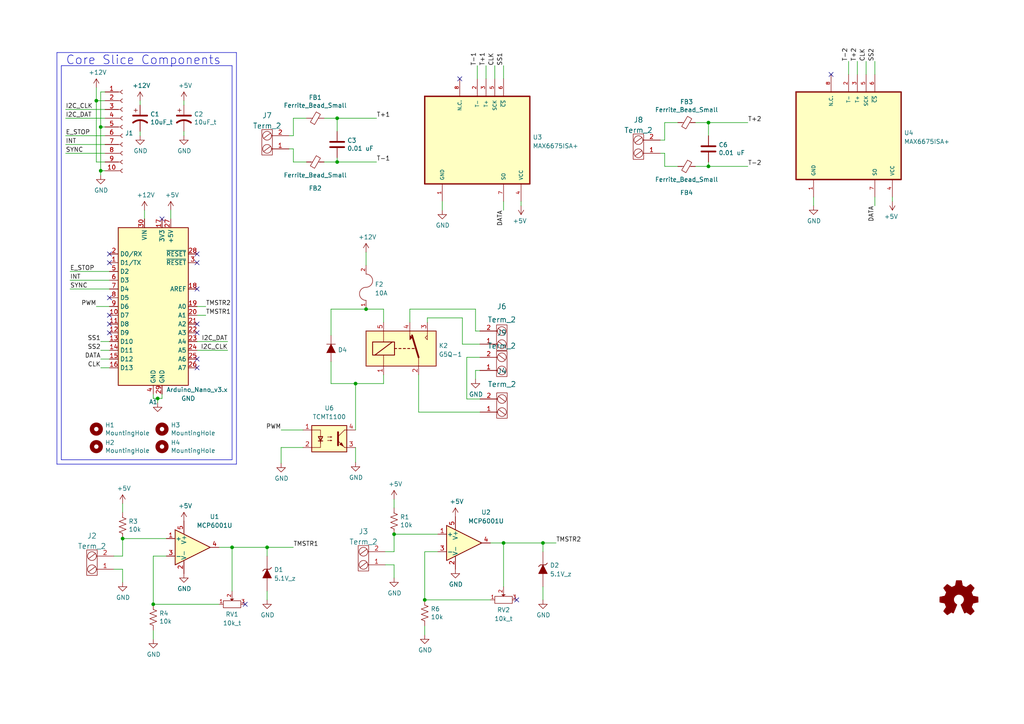
<source format=kicad_sch>
(kicad_sch (version 20230121) (generator eeschema)

  (uuid 66043bca-a260-4915-9fce-8a51d324c687)

  (paper "A4")

  (lib_symbols
    (symbol "Amplifier_Operational:MCP6001U" (pin_names (offset 0.127)) (in_bom yes) (on_board yes)
      (property "Reference" "U" (at 0 5.08 0)
        (effects (font (size 1.27 1.27)) (justify left))
      )
      (property "Value" "MCP6001U" (at 0 -5.08 0)
        (effects (font (size 1.27 1.27)) (justify left))
      )
      (property "Footprint" "" (at 0 0 0)
        (effects (font (size 1.27 1.27)) (justify left) hide)
      )
      (property "Datasheet" "http://ww1.microchip.com/downloads/en/DeviceDoc/21733j.pdf" (at 0 0 0)
        (effects (font (size 1.27 1.27)) hide)
      )
      (property "ki_keywords" "single opamp" (at 0 0 0)
        (effects (font (size 1.27 1.27)) hide)
      )
      (property "ki_description" "1MHz, Low-Power Op Amp, SOT-23-5" (at 0 0 0)
        (effects (font (size 1.27 1.27)) hide)
      )
      (property "ki_fp_filters" "SOT?23* *SC*70*" (at 0 0 0)
        (effects (font (size 1.27 1.27)) hide)
      )
      (symbol "MCP6001U_0_1"
        (polyline
          (pts
            (xy -5.08 5.08)
            (xy 5.08 0)
            (xy -5.08 -5.08)
            (xy -5.08 5.08)
          )
          (stroke (width 0.254) (type default))
          (fill (type background))
        )
        (pin power_in line (at -2.54 -7.62 90) (length 3.81)
          (name "V-" (effects (font (size 1.27 1.27))))
          (number "2" (effects (font (size 1.27 1.27))))
        )
        (pin power_in line (at -2.54 7.62 270) (length 3.81)
          (name "V+" (effects (font (size 1.27 1.27))))
          (number "5" (effects (font (size 1.27 1.27))))
        )
      )
      (symbol "MCP6001U_1_1"
        (pin input line (at -7.62 2.54 0) (length 2.54)
          (name "+" (effects (font (size 1.27 1.27))))
          (number "1" (effects (font (size 1.27 1.27))))
        )
        (pin input line (at -7.62 -2.54 0) (length 2.54)
          (name "-" (effects (font (size 1.27 1.27))))
          (number "3" (effects (font (size 1.27 1.27))))
        )
        (pin output line (at 7.62 0 180) (length 2.54)
          (name "~" (effects (font (size 1.27 1.27))))
          (number "4" (effects (font (size 1.27 1.27))))
        )
      )
    )
    (symbol "BREAD_Slice-rescue:10uF_t-OCI_UPL_2_Capacitors" (pin_numbers hide) (pin_names (offset 0.254) hide) (in_bom yes) (on_board yes)
      (property "Reference" "C" (at 0.635 2.54 0)
        (effects (font (size 1.27 1.27)) (justify left))
      )
      (property "Value" "10uF_t-OCI_UPL_2_Capacitors" (at 0.635 -2.54 0)
        (effects (font (size 1.27 1.27)) (justify left))
      )
      (property "Footprint" "OCI_UPL_FOOTPRINTS:C_2312" (at 0 -6.35 0)
        (effects (font (size 0.762 0.762)) hide)
      )
      (property "Datasheet" "https://www.digikey.com/short/qcd8n7" (at 0 5.08 0)
        (effects (font (size 0.762 0.762)) hide)
      )
      (property "Part #" "T491C106K025AT" (at 0 6.35 0)
        (effects (font (size 0.762 0.762)) hide)
      )
      (property "UPL #" "2.021" (at 0 -5.08 0)
        (effects (font (size 0.762 0.762)) hide)
      )
      (property "ki_fp_filters" "SMD*_Pol c_elec* C*elec TantalC* Elko* CP*" (at 0 0 0)
        (effects (font (size 1.27 1.27)) hide)
      )
      (symbol "10uF_t-OCI_UPL_2_Capacitors_0_1"
        (polyline
          (pts
            (xy -2.032 0.762)
            (xy 2.032 0.762)
          )
          (stroke (width 0.508) (type default))
          (fill (type none))
        )
        (polyline
          (pts
            (xy -1.778 2.286)
            (xy -0.762 2.286)
          )
          (stroke (width 0) (type default))
          (fill (type none))
        )
        (polyline
          (pts
            (xy -1.27 1.778)
            (xy -1.27 2.794)
          )
          (stroke (width 0) (type default))
          (fill (type none))
        )
        (arc (start 2.032 -1.27) (mid 0 -0.5572) (end -2.032 -1.27)
          (stroke (width 0.508) (type default))
          (fill (type none))
        )
      )
      (symbol "10uF_t-OCI_UPL_2_Capacitors_1_1"
        (pin passive line (at 0 3.81 270) (length 2.794)
          (name "~" (effects (font (size 1.016 1.016))))
          (number "1" (effects (font (size 1.016 1.016))))
        )
        (pin passive line (at 0 -3.81 90) (length 3.302)
          (name "~" (effects (font (size 1.016 1.016))))
          (number "2" (effects (font (size 1.016 1.016))))
        )
      )
    )
    (symbol "Connector:Conn_01x10_Female" (pin_names (offset 1.016) hide) (in_bom yes) (on_board yes)
      (property "Reference" "J" (at 0 12.7 0)
        (effects (font (size 1.27 1.27)))
      )
      (property "Value" "Conn_01x10_Female" (at 0 -15.24 0)
        (effects (font (size 1.27 1.27)))
      )
      (property "Footprint" "" (at 0 0 0)
        (effects (font (size 1.27 1.27)) hide)
      )
      (property "Datasheet" "~" (at 0 0 0)
        (effects (font (size 1.27 1.27)) hide)
      )
      (property "ki_keywords" "connector" (at 0 0 0)
        (effects (font (size 1.27 1.27)) hide)
      )
      (property "ki_description" "Generic connector, single row, 01x10, script generated (kicad-library-utils/schlib/autogen/connector/)" (at 0 0 0)
        (effects (font (size 1.27 1.27)) hide)
      )
      (property "ki_fp_filters" "Connector*:*_1x??_*" (at 0 0 0)
        (effects (font (size 1.27 1.27)) hide)
      )
      (symbol "Conn_01x10_Female_1_1"
        (arc (start 0 -12.192) (mid -0.5058 -12.7) (end 0 -13.208)
          (stroke (width 0.1524) (type default))
          (fill (type none))
        )
        (arc (start 0 -9.652) (mid -0.5058 -10.16) (end 0 -10.668)
          (stroke (width 0.1524) (type default))
          (fill (type none))
        )
        (arc (start 0 -7.112) (mid -0.5058 -7.62) (end 0 -8.128)
          (stroke (width 0.1524) (type default))
          (fill (type none))
        )
        (arc (start 0 -4.572) (mid -0.5058 -5.08) (end 0 -5.588)
          (stroke (width 0.1524) (type default))
          (fill (type none))
        )
        (arc (start 0 -2.032) (mid -0.5058 -2.54) (end 0 -3.048)
          (stroke (width 0.1524) (type default))
          (fill (type none))
        )
        (polyline
          (pts
            (xy -1.27 -12.7)
            (xy -0.508 -12.7)
          )
          (stroke (width 0.1524) (type default))
          (fill (type none))
        )
        (polyline
          (pts
            (xy -1.27 -10.16)
            (xy -0.508 -10.16)
          )
          (stroke (width 0.1524) (type default))
          (fill (type none))
        )
        (polyline
          (pts
            (xy -1.27 -7.62)
            (xy -0.508 -7.62)
          )
          (stroke (width 0.1524) (type default))
          (fill (type none))
        )
        (polyline
          (pts
            (xy -1.27 -5.08)
            (xy -0.508 -5.08)
          )
          (stroke (width 0.1524) (type default))
          (fill (type none))
        )
        (polyline
          (pts
            (xy -1.27 -2.54)
            (xy -0.508 -2.54)
          )
          (stroke (width 0.1524) (type default))
          (fill (type none))
        )
        (polyline
          (pts
            (xy -1.27 0)
            (xy -0.508 0)
          )
          (stroke (width 0.1524) (type default))
          (fill (type none))
        )
        (polyline
          (pts
            (xy -1.27 2.54)
            (xy -0.508 2.54)
          )
          (stroke (width 0.1524) (type default))
          (fill (type none))
        )
        (polyline
          (pts
            (xy -1.27 5.08)
            (xy -0.508 5.08)
          )
          (stroke (width 0.1524) (type default))
          (fill (type none))
        )
        (polyline
          (pts
            (xy -1.27 7.62)
            (xy -0.508 7.62)
          )
          (stroke (width 0.1524) (type default))
          (fill (type none))
        )
        (polyline
          (pts
            (xy -1.27 10.16)
            (xy -0.508 10.16)
          )
          (stroke (width 0.1524) (type default))
          (fill (type none))
        )
        (arc (start 0 0.508) (mid -0.5058 0) (end 0 -0.508)
          (stroke (width 0.1524) (type default))
          (fill (type none))
        )
        (arc (start 0 3.048) (mid -0.5058 2.54) (end 0 2.032)
          (stroke (width 0.1524) (type default))
          (fill (type none))
        )
        (arc (start 0 5.588) (mid -0.5058 5.08) (end 0 4.572)
          (stroke (width 0.1524) (type default))
          (fill (type none))
        )
        (arc (start 0 8.128) (mid -0.5058 7.62) (end 0 7.112)
          (stroke (width 0.1524) (type default))
          (fill (type none))
        )
        (arc (start 0 10.668) (mid -0.5058 10.16) (end 0 9.652)
          (stroke (width 0.1524) (type default))
          (fill (type none))
        )
        (pin passive line (at -5.08 10.16 0) (length 3.81)
          (name "Pin_1" (effects (font (size 1.27 1.27))))
          (number "1" (effects (font (size 1.27 1.27))))
        )
        (pin passive line (at -5.08 -12.7 0) (length 3.81)
          (name "Pin_10" (effects (font (size 1.27 1.27))))
          (number "10" (effects (font (size 1.27 1.27))))
        )
        (pin passive line (at -5.08 7.62 0) (length 3.81)
          (name "Pin_2" (effects (font (size 1.27 1.27))))
          (number "2" (effects (font (size 1.27 1.27))))
        )
        (pin passive line (at -5.08 5.08 0) (length 3.81)
          (name "Pin_3" (effects (font (size 1.27 1.27))))
          (number "3" (effects (font (size 1.27 1.27))))
        )
        (pin passive line (at -5.08 2.54 0) (length 3.81)
          (name "Pin_4" (effects (font (size 1.27 1.27))))
          (number "4" (effects (font (size 1.27 1.27))))
        )
        (pin passive line (at -5.08 0 0) (length 3.81)
          (name "Pin_5" (effects (font (size 1.27 1.27))))
          (number "5" (effects (font (size 1.27 1.27))))
        )
        (pin passive line (at -5.08 -2.54 0) (length 3.81)
          (name "Pin_6" (effects (font (size 1.27 1.27))))
          (number "6" (effects (font (size 1.27 1.27))))
        )
        (pin passive line (at -5.08 -5.08 0) (length 3.81)
          (name "Pin_7" (effects (font (size 1.27 1.27))))
          (number "7" (effects (font (size 1.27 1.27))))
        )
        (pin passive line (at -5.08 -7.62 0) (length 3.81)
          (name "Pin_8" (effects (font (size 1.27 1.27))))
          (number "8" (effects (font (size 1.27 1.27))))
        )
        (pin passive line (at -5.08 -10.16 0) (length 3.81)
          (name "Pin_9" (effects (font (size 1.27 1.27))))
          (number "9" (effects (font (size 1.27 1.27))))
        )
      )
    )
    (symbol "Device:C" (pin_numbers hide) (pin_names (offset 0.254)) (in_bom yes) (on_board yes)
      (property "Reference" "C" (at 0.635 2.54 0)
        (effects (font (size 1.27 1.27)) (justify left))
      )
      (property "Value" "C" (at 0.635 -2.54 0)
        (effects (font (size 1.27 1.27)) (justify left))
      )
      (property "Footprint" "" (at 0.9652 -3.81 0)
        (effects (font (size 1.27 1.27)) hide)
      )
      (property "Datasheet" "~" (at 0 0 0)
        (effects (font (size 1.27 1.27)) hide)
      )
      (property "ki_keywords" "cap capacitor" (at 0 0 0)
        (effects (font (size 1.27 1.27)) hide)
      )
      (property "ki_description" "Unpolarized capacitor" (at 0 0 0)
        (effects (font (size 1.27 1.27)) hide)
      )
      (property "ki_fp_filters" "C_*" (at 0 0 0)
        (effects (font (size 1.27 1.27)) hide)
      )
      (symbol "C_0_1"
        (polyline
          (pts
            (xy -2.032 -0.762)
            (xy 2.032 -0.762)
          )
          (stroke (width 0.508) (type default))
          (fill (type none))
        )
        (polyline
          (pts
            (xy -2.032 0.762)
            (xy 2.032 0.762)
          )
          (stroke (width 0.508) (type default))
          (fill (type none))
        )
      )
      (symbol "C_1_1"
        (pin passive line (at 0 3.81 270) (length 2.794)
          (name "~" (effects (font (size 1.27 1.27))))
          (number "1" (effects (font (size 1.27 1.27))))
        )
        (pin passive line (at 0 -3.81 90) (length 2.794)
          (name "~" (effects (font (size 1.27 1.27))))
          (number "2" (effects (font (size 1.27 1.27))))
        )
      )
    )
    (symbol "Device:Ferrite_Bead_Small" (pin_numbers hide) (pin_names (offset 0)) (in_bom yes) (on_board yes)
      (property "Reference" "FB" (at 1.905 1.27 0)
        (effects (font (size 1.27 1.27)) (justify left))
      )
      (property "Value" "Device_Ferrite_Bead_Small" (at 1.905 -1.27 0)
        (effects (font (size 1.27 1.27)) (justify left))
      )
      (property "Footprint" "" (at -1.778 0 90)
        (effects (font (size 1.27 1.27)) hide)
      )
      (property "Datasheet" "" (at 0 0 0)
        (effects (font (size 1.27 1.27)) hide)
      )
      (property "ki_fp_filters" "Inductor_* L_* *Ferrite*" (at 0 0 0)
        (effects (font (size 1.27 1.27)) hide)
      )
      (symbol "Ferrite_Bead_Small_0_1"
        (polyline
          (pts
            (xy 0 -1.27)
            (xy 0 -0.7874)
          )
          (stroke (width 0) (type default))
          (fill (type none))
        )
        (polyline
          (pts
            (xy 0 0.889)
            (xy 0 1.2954)
          )
          (stroke (width 0) (type default))
          (fill (type none))
        )
        (polyline
          (pts
            (xy -1.8288 0.2794)
            (xy -1.1176 1.4986)
            (xy 1.8288 -0.2032)
            (xy 1.1176 -1.4224)
            (xy -1.8288 0.2794)
          )
          (stroke (width 0) (type default))
          (fill (type none))
        )
      )
      (symbol "Ferrite_Bead_Small_1_1"
        (pin passive line (at 0 2.54 270) (length 1.27)
          (name "~" (effects (font (size 1.27 1.27))))
          (number "1" (effects (font (size 1.27 1.27))))
        )
        (pin passive line (at 0 -2.54 90) (length 1.27)
          (name "~" (effects (font (size 1.27 1.27))))
          (number "2" (effects (font (size 1.27 1.27))))
        )
      )
    )
    (symbol "Device:R_US" (pin_numbers hide) (pin_names (offset 0)) (in_bom yes) (on_board yes)
      (property "Reference" "R" (at 2.54 0 90)
        (effects (font (size 1.27 1.27)))
      )
      (property "Value" "R_US" (at -2.54 0 90)
        (effects (font (size 1.27 1.27)))
      )
      (property "Footprint" "" (at 1.016 -0.254 90)
        (effects (font (size 1.27 1.27)) hide)
      )
      (property "Datasheet" "~" (at 0 0 0)
        (effects (font (size 1.27 1.27)) hide)
      )
      (property "ki_keywords" "R res resistor" (at 0 0 0)
        (effects (font (size 1.27 1.27)) hide)
      )
      (property "ki_description" "Resistor, US symbol" (at 0 0 0)
        (effects (font (size 1.27 1.27)) hide)
      )
      (property "ki_fp_filters" "R_*" (at 0 0 0)
        (effects (font (size 1.27 1.27)) hide)
      )
      (symbol "R_US_0_1"
        (polyline
          (pts
            (xy 0 -2.286)
            (xy 0 -2.54)
          )
          (stroke (width 0) (type default))
          (fill (type none))
        )
        (polyline
          (pts
            (xy 0 2.286)
            (xy 0 2.54)
          )
          (stroke (width 0) (type default))
          (fill (type none))
        )
        (polyline
          (pts
            (xy 0 -0.762)
            (xy 1.016 -1.143)
            (xy 0 -1.524)
            (xy -1.016 -1.905)
            (xy 0 -2.286)
          )
          (stroke (width 0) (type default))
          (fill (type none))
        )
        (polyline
          (pts
            (xy 0 0.762)
            (xy 1.016 0.381)
            (xy 0 0)
            (xy -1.016 -0.381)
            (xy 0 -0.762)
          )
          (stroke (width 0) (type default))
          (fill (type none))
        )
        (polyline
          (pts
            (xy 0 2.286)
            (xy 1.016 1.905)
            (xy 0 1.524)
            (xy -1.016 1.143)
            (xy 0 0.762)
          )
          (stroke (width 0) (type default))
          (fill (type none))
        )
      )
      (symbol "R_US_1_1"
        (pin passive line (at 0 3.81 270) (length 1.27)
          (name "~" (effects (font (size 1.27 1.27))))
          (number "1" (effects (font (size 1.27 1.27))))
        )
        (pin passive line (at 0 -3.81 90) (length 1.27)
          (name "~" (effects (font (size 1.27 1.27))))
          (number "2" (effects (font (size 1.27 1.27))))
        )
      )
    )
    (symbol "Graphic:Logo_Open_Hardware_Small" (pin_names (offset 1.016)) (in_bom yes) (on_board yes)
      (property "Reference" "#LOGO" (at 0 6.985 0)
        (effects (font (size 1.27 1.27)) hide)
      )
      (property "Value" "Logo_Open_Hardware_Small" (at 0 -5.715 0)
        (effects (font (size 1.27 1.27)) hide)
      )
      (property "Footprint" "" (at 0 0 0)
        (effects (font (size 1.27 1.27)) hide)
      )
      (property "Datasheet" "~" (at 0 0 0)
        (effects (font (size 1.27 1.27)) hide)
      )
      (property "ki_keywords" "Logo" (at 0 0 0)
        (effects (font (size 1.27 1.27)) hide)
      )
      (property "ki_description" "Open Hardware logo, small" (at 0 0 0)
        (effects (font (size 1.27 1.27)) hide)
      )
      (symbol "Logo_Open_Hardware_Small_0_1"
        (polyline
          (pts
            (xy 3.3528 -4.3434)
            (xy 3.302 -4.318)
            (xy 3.175 -4.2418)
            (xy 2.9972 -4.1148)
            (xy 2.7686 -3.9624)
            (xy 2.54 -3.81)
            (xy 2.3622 -3.7084)
            (xy 2.2352 -3.6068)
            (xy 2.1844 -3.5814)
            (xy 2.159 -3.6068)
            (xy 2.0574 -3.6576)
            (xy 1.905 -3.7338)
            (xy 1.8034 -3.7846)
            (xy 1.6764 -3.8354)
            (xy 1.6002 -3.8354)
            (xy 1.6002 -3.8354)
            (xy 1.5494 -3.7338)
            (xy 1.4732 -3.5306)
            (xy 1.3462 -3.302)
            (xy 1.2446 -3.0226)
            (xy 1.1176 -2.7178)
            (xy 0.9652 -2.413)
            (xy 0.8636 -2.1082)
            (xy 0.7366 -1.8288)
            (xy 0.6604 -1.6256)
            (xy 0.6096 -1.4732)
            (xy 0.5842 -1.397)
            (xy 0.5842 -1.397)
            (xy 0.6604 -1.3208)
            (xy 0.7874 -1.2446)
            (xy 1.0414 -1.016)
            (xy 1.2954 -0.6858)
            (xy 1.4478 -0.3302)
            (xy 1.524 0.0762)
            (xy 1.4732 0.4572)
            (xy 1.3208 0.8128)
            (xy 1.0668 1.143)
            (xy 0.762 1.3716)
            (xy 0.4064 1.524)
            (xy 0 1.5748)
            (xy -0.381 1.5494)
            (xy -0.7366 1.397)
            (xy -1.0668 1.143)
            (xy -1.2192 0.9906)
            (xy -1.397 0.6604)
            (xy -1.524 0.3048)
            (xy -1.524 0.2286)
            (xy -1.4986 -0.1778)
            (xy -1.397 -0.5334)
            (xy -1.1938 -0.8636)
            (xy -0.9144 -1.143)
            (xy -0.8636 -1.1684)
            (xy -0.7366 -1.27)
            (xy -0.635 -1.3462)
            (xy -0.5842 -1.397)
            (xy -1.0668 -2.5908)
            (xy -1.143 -2.794)
            (xy -1.2954 -3.1242)
            (xy -1.397 -3.4036)
            (xy -1.4986 -3.6322)
            (xy -1.5748 -3.7846)
            (xy -1.6002 -3.8354)
            (xy -1.6002 -3.8354)
            (xy -1.651 -3.8354)
            (xy -1.7272 -3.81)
            (xy -1.905 -3.7338)
            (xy -2.0066 -3.683)
            (xy -2.1336 -3.6068)
            (xy -2.2098 -3.5814)
            (xy -2.2606 -3.6068)
            (xy -2.3622 -3.683)
            (xy -2.54 -3.81)
            (xy -2.7686 -3.9624)
            (xy -2.9718 -4.0894)
            (xy -3.1496 -4.2164)
            (xy -3.302 -4.318)
            (xy -3.3528 -4.3434)
            (xy -3.3782 -4.3434)
            (xy -3.429 -4.318)
            (xy -3.5306 -4.2164)
            (xy -3.7084 -4.064)
            (xy -3.937 -3.8354)
            (xy -3.9624 -3.81)
            (xy -4.1656 -3.6068)
            (xy -4.318 -3.4544)
            (xy -4.4196 -3.3274)
            (xy -4.445 -3.2766)
            (xy -4.445 -3.2766)
            (xy -4.4196 -3.2258)
            (xy -4.318 -3.0734)
            (xy -4.2164 -2.8956)
            (xy -4.064 -2.667)
            (xy -3.6576 -2.0828)
            (xy -3.8862 -1.5494)
            (xy -3.937 -1.3716)
            (xy -4.0386 -1.1684)
            (xy -4.0894 -1.0414)
            (xy -4.1148 -0.9652)
            (xy -4.191 -0.9398)
            (xy -4.318 -0.9144)
            (xy -4.5466 -0.8636)
            (xy -4.8006 -0.8128)
            (xy -5.0546 -0.7874)
            (xy -5.2578 -0.7366)
            (xy -5.4356 -0.7112)
            (xy -5.5118 -0.6858)
            (xy -5.5118 -0.6858)
            (xy -5.5372 -0.635)
            (xy -5.5372 -0.5588)
            (xy -5.5372 -0.4318)
            (xy -5.5626 -0.2286)
            (xy -5.5626 0.0762)
            (xy -5.5626 0.127)
            (xy -5.5372 0.4064)
            (xy -5.5372 0.635)
            (xy -5.5372 0.762)
            (xy -5.5372 0.8382)
            (xy -5.5372 0.8382)
            (xy -5.461 0.8382)
            (xy -5.3086 0.889)
            (xy -5.08 0.9144)
            (xy -4.826 0.9652)
            (xy -4.8006 0.9906)
            (xy -4.5466 1.0414)
            (xy -4.318 1.0668)
            (xy -4.1656 1.1176)
            (xy -4.0894 1.143)
            (xy -4.0894 1.143)
            (xy -4.0386 1.2446)
            (xy -3.9624 1.4224)
            (xy -3.8608 1.6256)
            (xy -3.7846 1.8288)
            (xy -3.7084 2.0066)
            (xy -3.6576 2.159)
            (xy -3.6322 2.2098)
            (xy -3.6322 2.2098)
            (xy -3.683 2.286)
            (xy -3.7592 2.413)
            (xy -3.8862 2.5908)
            (xy -4.064 2.8194)
            (xy -4.064 2.8448)
            (xy -4.2164 3.0734)
            (xy -4.3434 3.2512)
            (xy -4.4196 3.3782)
            (xy -4.445 3.4544)
            (xy -4.445 3.4544)
            (xy -4.3942 3.5052)
            (xy -4.2926 3.6322)
            (xy -4.1148 3.81)
            (xy -3.937 4.0132)
            (xy -3.8608 4.064)
            (xy -3.6576 4.2926)
            (xy -3.5052 4.4196)
            (xy -3.4036 4.4958)
            (xy -3.3528 4.5212)
            (xy -3.3528 4.5212)
            (xy -3.302 4.4704)
            (xy -3.1496 4.3688)
            (xy -2.9718 4.2418)
            (xy -2.7432 4.0894)
            (xy -2.7178 4.0894)
            (xy -2.4892 3.937)
            (xy -2.3114 3.81)
            (xy -2.1844 3.7084)
            (xy -2.1336 3.683)
            (xy -2.1082 3.683)
            (xy -2.032 3.7084)
            (xy -1.8542 3.7592)
            (xy -1.6764 3.8354)
            (xy -1.4732 3.937)
            (xy -1.27 4.0132)
            (xy -1.143 4.064)
            (xy -1.0668 4.1148)
            (xy -1.0668 4.1148)
            (xy -1.0414 4.191)
            (xy -1.016 4.3434)
            (xy -0.9652 4.572)
            (xy -0.9144 4.8514)
            (xy -0.889 4.9022)
            (xy -0.8382 5.1562)
            (xy -0.8128 5.3848)
            (xy -0.7874 5.5372)
            (xy -0.762 5.588)
            (xy -0.7112 5.6134)
            (xy -0.5842 5.6134)
            (xy -0.4064 5.6134)
            (xy -0.1524 5.6134)
            (xy 0.0762 5.6134)
            (xy 0.3302 5.6134)
            (xy 0.5334 5.6134)
            (xy 0.6858 5.588)
            (xy 0.7366 5.588)
            (xy 0.7366 5.588)
            (xy 0.762 5.5118)
            (xy 0.8128 5.334)
            (xy 0.8382 5.1054)
            (xy 0.9144 4.826)
            (xy 0.9144 4.7752)
            (xy 0.9652 4.5212)
            (xy 1.016 4.2926)
            (xy 1.0414 4.1402)
            (xy 1.0668 4.0894)
            (xy 1.0668 4.0894)
            (xy 1.1938 4.0386)
            (xy 1.3716 3.9624)
            (xy 1.5748 3.8608)
            (xy 2.0828 3.6576)
            (xy 2.7178 4.0894)
            (xy 2.7686 4.1402)
            (xy 2.9972 4.2926)
            (xy 3.175 4.4196)
            (xy 3.302 4.4958)
            (xy 3.3782 4.5212)
            (xy 3.3782 4.5212)
            (xy 3.429 4.4704)
            (xy 3.556 4.3434)
            (xy 3.7338 4.191)
            (xy 3.9116 3.9878)
            (xy 4.064 3.8354)
            (xy 4.2418 3.6576)
            (xy 4.3434 3.556)
            (xy 4.4196 3.4798)
            (xy 4.4196 3.429)
            (xy 4.4196 3.4036)
            (xy 4.3942 3.3274)
            (xy 4.2926 3.2004)
            (xy 4.1656 2.9972)
            (xy 4.0132 2.794)
            (xy 3.8862 2.5908)
            (xy 3.7592 2.3876)
            (xy 3.6576 2.2352)
            (xy 3.6322 2.159)
            (xy 3.6322 2.1336)
            (xy 3.683 2.0066)
            (xy 3.7592 1.8288)
            (xy 3.8608 1.6002)
            (xy 4.064 1.1176)
            (xy 4.3942 1.0414)
            (xy 4.5974 1.016)
            (xy 4.8768 0.9652)
            (xy 5.1308 0.9144)
            (xy 5.5372 0.8382)
            (xy 5.5626 -0.6604)
            (xy 5.4864 -0.6858)
            (xy 5.4356 -0.6858)
            (xy 5.2832 -0.7366)
            (xy 5.0546 -0.762)
            (xy 4.8006 -0.8128)
            (xy 4.5974 -0.8636)
            (xy 4.3688 -0.9144)
            (xy 4.2164 -0.9398)
            (xy 4.1402 -0.9398)
            (xy 4.1148 -0.9652)
            (xy 4.064 -1.0668)
            (xy 3.9878 -1.2446)
            (xy 3.9116 -1.4478)
            (xy 3.81 -1.651)
            (xy 3.7338 -1.8542)
            (xy 3.683 -2.0066)
            (xy 3.6576 -2.0828)
            (xy 3.683 -2.1336)
            (xy 3.7846 -2.2606)
            (xy 3.8862 -2.4638)
            (xy 4.0386 -2.667)
            (xy 4.191 -2.8956)
            (xy 4.318 -3.0734)
            (xy 4.3942 -3.2004)
            (xy 4.445 -3.2766)
            (xy 4.4196 -3.3274)
            (xy 4.3434 -3.429)
            (xy 4.1656 -3.5814)
            (xy 3.937 -3.8354)
            (xy 3.8862 -3.8608)
            (xy 3.683 -4.064)
            (xy 3.5306 -4.2164)
            (xy 3.4036 -4.318)
            (xy 3.3528 -4.3434)
          )
          (stroke (width 0) (type default))
          (fill (type outline))
        )
      )
    )
    (symbol "Isolator:TCMT1100" (pin_names (offset 1.016)) (in_bom yes) (on_board yes)
      (property "Reference" "U" (at 0 5.08 0)
        (effects (font (size 1.27 1.27)))
      )
      (property "Value" "TCMT1100" (at 0 -5.08 0)
        (effects (font (size 1.27 1.27)))
      )
      (property "Footprint" "Package_SO:SOP-4_4.4x2.6mm_P1.27mm" (at 0 -7.62 0)
        (effects (font (size 1.27 1.27)) hide)
      )
      (property "Datasheet" "http://www.vishay.com/docs/83510/tcmt1100.pdf" (at 0 -1.27 0)
        (effects (font (size 1.27 1.27)) (justify left) hide)
      )
      (property "ki_keywords" "NPN DC opto" (at 0 0 0)
        (effects (font (size 1.27 1.27)) hide)
      )
      (property "ki_description" "Optocoupler, Vce 70V, CTR 50-600%, Viso 3750V (RMS), SOP-4" (at 0 0 0)
        (effects (font (size 1.27 1.27)) hide)
      )
      (property "ki_fp_filters" "SOP*4.4x2.6mm*P1.27mm*" (at 0 0 0)
        (effects (font (size 1.27 1.27)) hide)
      )
      (symbol "TCMT1100_1_1"
        (rectangle (start -5.08 3.81) (end 5.08 -3.81)
          (stroke (width 0.254) (type default))
          (fill (type background))
        )
        (polyline
          (pts
            (xy -3.175 -0.635)
            (xy -1.905 -0.635)
          )
          (stroke (width 0.254) (type default))
          (fill (type none))
        )
        (polyline
          (pts
            (xy 2.54 0.635)
            (xy 4.445 2.54)
          )
          (stroke (width 0) (type default))
          (fill (type none))
        )
        (polyline
          (pts
            (xy 4.445 -2.54)
            (xy 2.54 -0.635)
          )
          (stroke (width 0) (type default))
          (fill (type outline))
        )
        (polyline
          (pts
            (xy 4.445 -2.54)
            (xy 5.08 -2.54)
          )
          (stroke (width 0) (type default))
          (fill (type none))
        )
        (polyline
          (pts
            (xy 4.445 2.54)
            (xy 5.08 2.54)
          )
          (stroke (width 0) (type default))
          (fill (type none))
        )
        (polyline
          (pts
            (xy -2.54 -0.635)
            (xy -2.54 -2.54)
            (xy -5.08 -2.54)
          )
          (stroke (width 0) (type default))
          (fill (type none))
        )
        (polyline
          (pts
            (xy 2.54 1.905)
            (xy 2.54 -1.905)
            (xy 2.54 -1.905)
          )
          (stroke (width 0.508) (type default))
          (fill (type none))
        )
        (polyline
          (pts
            (xy -5.08 2.54)
            (xy -2.54 2.54)
            (xy -2.54 -1.27)
            (xy -2.54 0.635)
          )
          (stroke (width 0) (type default))
          (fill (type none))
        )
        (polyline
          (pts
            (xy -2.54 -0.635)
            (xy -3.175 0.635)
            (xy -1.905 0.635)
            (xy -2.54 -0.635)
          )
          (stroke (width 0.254) (type default))
          (fill (type none))
        )
        (polyline
          (pts
            (xy -0.508 -0.508)
            (xy 0.762 -0.508)
            (xy 0.381 -0.635)
            (xy 0.381 -0.381)
            (xy 0.762 -0.508)
          )
          (stroke (width 0) (type default))
          (fill (type none))
        )
        (polyline
          (pts
            (xy -0.508 0.508)
            (xy 0.762 0.508)
            (xy 0.381 0.381)
            (xy 0.381 0.635)
            (xy 0.762 0.508)
          )
          (stroke (width 0) (type default))
          (fill (type none))
        )
        (polyline
          (pts
            (xy 3.048 -1.651)
            (xy 3.556 -1.143)
            (xy 4.064 -2.159)
            (xy 3.048 -1.651)
            (xy 3.048 -1.651)
          )
          (stroke (width 0) (type default))
          (fill (type outline))
        )
        (pin passive line (at -7.62 2.54 0) (length 2.54)
          (name "~" (effects (font (size 1.27 1.27))))
          (number "1" (effects (font (size 1.27 1.27))))
        )
        (pin passive line (at -7.62 -2.54 0) (length 2.54)
          (name "~" (effects (font (size 1.27 1.27))))
          (number "2" (effects (font (size 1.27 1.27))))
        )
        (pin passive line (at 7.62 -2.54 180) (length 2.54)
          (name "~" (effects (font (size 1.27 1.27))))
          (number "3" (effects (font (size 1.27 1.27))))
        )
        (pin passive line (at 7.62 2.54 180) (length 2.54)
          (name "~" (effects (font (size 1.27 1.27))))
          (number "4" (effects (font (size 1.27 1.27))))
        )
      )
    )
    (symbol "MAX6675ISA_:MAX6675ISA+" (pin_names (offset 1.016)) (in_bom yes) (on_board yes)
      (property "Reference" "U" (at -12.7 16.2306 0)
        (effects (font (size 1.27 1.27)) (justify left bottom))
      )
      (property "Value" "MAX6675ISA+" (at -12.7 -19.2278 0)
        (effects (font (size 1.27 1.27)) (justify left bottom))
      )
      (property "Footprint" "SOIC127P600X175-8N" (at 0 0 0)
        (effects (font (size 1.27 1.27)) (justify left bottom) hide)
      )
      (property "Datasheet" "" (at 0 0 0)
        (effects (font (size 1.27 1.27)) (justify left bottom) hide)
      )
      (property "ki_locked" "" (at 0 0 0)
        (effects (font (size 1.27 1.27)))
      )
      (symbol "MAX6675ISA+_0_0"
        (rectangle (start -12.7 -15.24) (end 12.7 15.24)
          (stroke (width 0.4064) (type default))
          (fill (type background))
        )
        (pin power_in line (at 17.78 -10.16 180) (length 5.08)
          (name "GND" (effects (font (size 1.016 1.016))))
          (number "1" (effects (font (size 1.016 1.016))))
        )
        (pin input line (at -17.78 0 0) (length 5.08)
          (name "T-" (effects (font (size 1.016 1.016))))
          (number "2" (effects (font (size 1.016 1.016))))
        )
        (pin input line (at -17.78 2.54 0) (length 5.08)
          (name "T+" (effects (font (size 1.016 1.016))))
          (number "3" (effects (font (size 1.016 1.016))))
        )
        (pin power_in line (at 17.78 12.7 180) (length 5.08)
          (name "VCC" (effects (font (size 1.016 1.016))))
          (number "4" (effects (font (size 1.016 1.016))))
        )
        (pin input line (at -17.78 5.08 0) (length 5.08)
          (name "SCK" (effects (font (size 1.016 1.016))))
          (number "5" (effects (font (size 1.016 1.016))))
        )
        (pin input line (at -17.78 7.62 0) (length 5.08)
          (name "~{CS}" (effects (font (size 1.016 1.016))))
          (number "6" (effects (font (size 1.016 1.016))))
        )
        (pin output line (at 17.78 7.62 180) (length 5.08)
          (name "SO" (effects (font (size 1.016 1.016))))
          (number "7" (effects (font (size 1.016 1.016))))
        )
        (pin bidirectional line (at -17.78 -5.08 0) (length 5.08)
          (name "N.C." (effects (font (size 1.016 1.016))))
          (number "8" (effects (font (size 1.016 1.016))))
        )
      )
    )
    (symbol "MCU_Module:Arduino_Nano_v3.x" (in_bom yes) (on_board yes)
      (property "Reference" "A" (at -10.16 23.495 0)
        (effects (font (size 1.27 1.27)) (justify left bottom))
      )
      (property "Value" "Arduino_Nano_v3.x" (at 5.08 -24.13 0)
        (effects (font (size 1.27 1.27)) (justify left top))
      )
      (property "Footprint" "Module:Arduino_Nano" (at 0 0 0)
        (effects (font (size 1.27 1.27) italic) hide)
      )
      (property "Datasheet" "http://www.mouser.com/pdfdocs/Gravitech_Arduino_Nano3_0.pdf" (at 0 0 0)
        (effects (font (size 1.27 1.27)) hide)
      )
      (property "ki_keywords" "Arduino nano microcontroller module USB" (at 0 0 0)
        (effects (font (size 1.27 1.27)) hide)
      )
      (property "ki_description" "Arduino Nano v3.x" (at 0 0 0)
        (effects (font (size 1.27 1.27)) hide)
      )
      (property "ki_fp_filters" "Arduino*Nano*" (at 0 0 0)
        (effects (font (size 1.27 1.27)) hide)
      )
      (symbol "Arduino_Nano_v3.x_0_1"
        (rectangle (start -10.16 22.86) (end 10.16 -22.86)
          (stroke (width 0.254) (type default))
          (fill (type background))
        )
      )
      (symbol "Arduino_Nano_v3.x_1_1"
        (pin bidirectional line (at -12.7 12.7 0) (length 2.54)
          (name "D1/TX" (effects (font (size 1.27 1.27))))
          (number "1" (effects (font (size 1.27 1.27))))
        )
        (pin bidirectional line (at -12.7 -2.54 0) (length 2.54)
          (name "D7" (effects (font (size 1.27 1.27))))
          (number "10" (effects (font (size 1.27 1.27))))
        )
        (pin bidirectional line (at -12.7 -5.08 0) (length 2.54)
          (name "D8" (effects (font (size 1.27 1.27))))
          (number "11" (effects (font (size 1.27 1.27))))
        )
        (pin bidirectional line (at -12.7 -7.62 0) (length 2.54)
          (name "D9" (effects (font (size 1.27 1.27))))
          (number "12" (effects (font (size 1.27 1.27))))
        )
        (pin bidirectional line (at -12.7 -10.16 0) (length 2.54)
          (name "D10" (effects (font (size 1.27 1.27))))
          (number "13" (effects (font (size 1.27 1.27))))
        )
        (pin bidirectional line (at -12.7 -12.7 0) (length 2.54)
          (name "D11" (effects (font (size 1.27 1.27))))
          (number "14" (effects (font (size 1.27 1.27))))
        )
        (pin bidirectional line (at -12.7 -15.24 0) (length 2.54)
          (name "D12" (effects (font (size 1.27 1.27))))
          (number "15" (effects (font (size 1.27 1.27))))
        )
        (pin bidirectional line (at -12.7 -17.78 0) (length 2.54)
          (name "D13" (effects (font (size 1.27 1.27))))
          (number "16" (effects (font (size 1.27 1.27))))
        )
        (pin power_out line (at 2.54 25.4 270) (length 2.54)
          (name "3V3" (effects (font (size 1.27 1.27))))
          (number "17" (effects (font (size 1.27 1.27))))
        )
        (pin input line (at 12.7 5.08 180) (length 2.54)
          (name "AREF" (effects (font (size 1.27 1.27))))
          (number "18" (effects (font (size 1.27 1.27))))
        )
        (pin bidirectional line (at 12.7 0 180) (length 2.54)
          (name "A0" (effects (font (size 1.27 1.27))))
          (number "19" (effects (font (size 1.27 1.27))))
        )
        (pin bidirectional line (at -12.7 15.24 0) (length 2.54)
          (name "D0/RX" (effects (font (size 1.27 1.27))))
          (number "2" (effects (font (size 1.27 1.27))))
        )
        (pin bidirectional line (at 12.7 -2.54 180) (length 2.54)
          (name "A1" (effects (font (size 1.27 1.27))))
          (number "20" (effects (font (size 1.27 1.27))))
        )
        (pin bidirectional line (at 12.7 -5.08 180) (length 2.54)
          (name "A2" (effects (font (size 1.27 1.27))))
          (number "21" (effects (font (size 1.27 1.27))))
        )
        (pin bidirectional line (at 12.7 -7.62 180) (length 2.54)
          (name "A3" (effects (font (size 1.27 1.27))))
          (number "22" (effects (font (size 1.27 1.27))))
        )
        (pin bidirectional line (at 12.7 -10.16 180) (length 2.54)
          (name "A4" (effects (font (size 1.27 1.27))))
          (number "23" (effects (font (size 1.27 1.27))))
        )
        (pin bidirectional line (at 12.7 -12.7 180) (length 2.54)
          (name "A5" (effects (font (size 1.27 1.27))))
          (number "24" (effects (font (size 1.27 1.27))))
        )
        (pin bidirectional line (at 12.7 -15.24 180) (length 2.54)
          (name "A6" (effects (font (size 1.27 1.27))))
          (number "25" (effects (font (size 1.27 1.27))))
        )
        (pin bidirectional line (at 12.7 -17.78 180) (length 2.54)
          (name "A7" (effects (font (size 1.27 1.27))))
          (number "26" (effects (font (size 1.27 1.27))))
        )
        (pin power_out line (at 5.08 25.4 270) (length 2.54)
          (name "+5V" (effects (font (size 1.27 1.27))))
          (number "27" (effects (font (size 1.27 1.27))))
        )
        (pin input line (at 12.7 15.24 180) (length 2.54)
          (name "~{RESET}" (effects (font (size 1.27 1.27))))
          (number "28" (effects (font (size 1.27 1.27))))
        )
        (pin power_in line (at 2.54 -25.4 90) (length 2.54)
          (name "GND" (effects (font (size 1.27 1.27))))
          (number "29" (effects (font (size 1.27 1.27))))
        )
        (pin input line (at 12.7 12.7 180) (length 2.54)
          (name "~{RESET}" (effects (font (size 1.27 1.27))))
          (number "3" (effects (font (size 1.27 1.27))))
        )
        (pin power_in line (at -2.54 25.4 270) (length 2.54)
          (name "VIN" (effects (font (size 1.27 1.27))))
          (number "30" (effects (font (size 1.27 1.27))))
        )
        (pin power_in line (at 0 -25.4 90) (length 2.54)
          (name "GND" (effects (font (size 1.27 1.27))))
          (number "4" (effects (font (size 1.27 1.27))))
        )
        (pin bidirectional line (at -12.7 10.16 0) (length 2.54)
          (name "D2" (effects (font (size 1.27 1.27))))
          (number "5" (effects (font (size 1.27 1.27))))
        )
        (pin bidirectional line (at -12.7 7.62 0) (length 2.54)
          (name "D3" (effects (font (size 1.27 1.27))))
          (number "6" (effects (font (size 1.27 1.27))))
        )
        (pin bidirectional line (at -12.7 5.08 0) (length 2.54)
          (name "D4" (effects (font (size 1.27 1.27))))
          (number "7" (effects (font (size 1.27 1.27))))
        )
        (pin bidirectional line (at -12.7 2.54 0) (length 2.54)
          (name "D5" (effects (font (size 1.27 1.27))))
          (number "8" (effects (font (size 1.27 1.27))))
        )
        (pin bidirectional line (at -12.7 0 0) (length 2.54)
          (name "D6" (effects (font (size 1.27 1.27))))
          (number "9" (effects (font (size 1.27 1.27))))
        )
      )
    )
    (symbol "Mechanical:MountingHole" (pin_names (offset 1.016)) (in_bom yes) (on_board yes)
      (property "Reference" "H" (at 0 5.08 0)
        (effects (font (size 1.27 1.27)))
      )
      (property "Value" "MountingHole" (at 0 3.175 0)
        (effects (font (size 1.27 1.27)))
      )
      (property "Footprint" "" (at 0 0 0)
        (effects (font (size 1.27 1.27)) hide)
      )
      (property "Datasheet" "~" (at 0 0 0)
        (effects (font (size 1.27 1.27)) hide)
      )
      (property "ki_keywords" "mounting hole" (at 0 0 0)
        (effects (font (size 1.27 1.27)) hide)
      )
      (property "ki_description" "Mounting Hole without connection" (at 0 0 0)
        (effects (font (size 1.27 1.27)) hide)
      )
      (property "ki_fp_filters" "MountingHole*" (at 0 0 0)
        (effects (font (size 1.27 1.27)) hide)
      )
      (symbol "MountingHole_0_1"
        (circle (center 0 0) (radius 1.27)
          (stroke (width 1.27) (type default))
          (fill (type none))
        )
      )
    )
    (symbol "OCI_UPL_10_Connectors:Term_2" (pin_names (offset 1.016)) (in_bom yes) (on_board yes)
      (property "Reference" "J" (at 3.81 1.27 0)
        (effects (font (size 1.524 1.524)))
      )
      (property "Value" "Term_2" (at 6.35 3.81 0)
        (effects (font (size 1.524 1.524)))
      )
      (property "Footprint" "OCI_UPL_FOOTPRINTS:TerminalBlock_Pheonix_MKDS1.5-2pol" (at 21.59 5.08 0)
        (effects (font (size 0.762 0.762)) hide)
      )
      (property "Datasheet" "https://www.digikey.com/short/q7wbhd" (at 21.59 1.27 0)
        (effects (font (size 0.762 0.762)) hide)
      )
      (property "Part #" "1935161" (at 21.59 2.54 0)
        (effects (font (size 0.762 0.762)) hide)
      )
      (property "UPL #" "10.003" (at 22.86 3.81 0)
        (effects (font (size 0.762 0.762)) hide)
      )
      (property "ki_keywords" "Screw Terminal Block 2 Pos UPL 10.003" (at 0 0 0)
        (effects (font (size 1.27 1.27)) hide)
      )
      (property "ki_description" "Terminal Block, 2 Pos [UPL 10.003]" (at 0 0 0)
        (effects (font (size 1.27 1.27)) hide)
      )
      (symbol "Term_2_0_1"
        (rectangle (start -1.524 5.588) (end 1.524 -1.778)
          (stroke (width 0) (type default))
          (fill (type none))
        )
        (polyline
          (pts
            (xy -1.016 -0.762)
            (xy 1.016 0.762)
          )
          (stroke (width 0) (type default))
          (fill (type none))
        )
        (polyline
          (pts
            (xy -1.016 3.048)
            (xy 1.016 4.572)
          )
          (stroke (width 0) (type default))
          (fill (type none))
        )
        (circle (center 0 0) (radius 1.27)
          (stroke (width 0) (type default))
          (fill (type none))
        )
        (circle (center 0 3.81) (radius 1.27)
          (stroke (width 0) (type default))
          (fill (type none))
        )
      )
      (symbol "Term_2_1_1"
        (pin input line (at -6.35 3.81 0) (length 5.08)
          (name "~" (effects (font (size 1.27 1.27))))
          (number "1" (effects (font (size 1.27 1.27))))
        )
        (pin input line (at -6.35 0 0) (length 5.08)
          (name "~" (effects (font (size 1.27 1.27))))
          (number "2" (effects (font (size 1.27 1.27))))
        )
      )
    )
    (symbol "OCI_UPL_11_Mechanical:FUSE_Blade" (pin_names (offset 0.254)) (in_bom yes) (on_board yes)
      (property "Reference" "F" (at 2.54 1.27 0)
        (effects (font (size 1.27 1.27)))
      )
      (property "Value" "FUSE_Blade" (at 0 -3.81 0)
        (effects (font (size 1.27 1.27)))
      )
      (property "Footprint" "OCI_UPL_FOOTPRINTS:Fuse_Holder" (at 0 -5.08 0)
        (effects (font (size 0.762 0.762)) hide)
      )
      (property "Datasheet" "https://www.digikey.com/short/q7wbwz" (at 0 -6.35 0)
        (effects (font (size 0.762 0.762)) hide)
      )
      (property "Part #" "3522-2" (at 0 2.54 0)
        (effects (font (size 0.762 0.762)) hide)
      )
      (property "UPL #" "11.003" (at 0 3.81 0)
        (effects (font (size 0.762 0.762)) hide)
      )
      (property "ki_keywords" "Blade Fuse Holder UPL 11.003" (at 0 0 0)
        (effects (font (size 1.27 1.27)) hide)
      )
      (property "ki_description" "Blade Fuse Holder [UPL 11.003]" (at 0 0 0)
        (effects (font (size 1.27 1.27)) hide)
      )
      (symbol "FUSE_Blade_0_1"
        (arc (start 0 0) (mid -1.905 1.8967) (end -3.81 0)
          (stroke (width 0) (type default))
          (fill (type none))
        )
        (arc (start 0 0) (mid 1.905 -1.8967) (end 3.81 0)
          (stroke (width 0) (type default))
          (fill (type none))
        )
      )
      (symbol "FUSE_Blade_1_1"
        (pin input line (at -6.35 0 0) (length 2.54)
          (name "~" (effects (font (size 1.016 1.016))))
          (number "1" (effects (font (size 1.016 1.016))))
        )
        (pin input line (at 6.35 0 180) (length 2.54)
          (name "~" (effects (font (size 1.016 1.016))))
          (number "2" (effects (font (size 1.016 1.016))))
        )
      )
    )
    (symbol "OCI_UPL_1_Resistors:10k_t" (pin_names (offset 1.016) hide) (in_bom yes) (on_board yes)
      (property "Reference" "RV" (at 0 -2.032 0)
        (effects (font (size 1.27 1.27)))
      )
      (property "Value" "10k_t" (at 0 0 0)
        (effects (font (size 1.27 1.27)))
      )
      (property "Footprint" "OCI_UPL_FOOTPRINTS:Potentiometer_Bourns_3296W_3-8Zoll_Inline_ScrewUp" (at 0 -3.81 0)
        (effects (font (size 0.762 0.762)) hide)
      )
      (property "Datasheet" "https://www.digikey.com/short/qt5j3q" (at 0 -5.08 0)
        (effects (font (size 0.762 0.762)) hide)
      )
      (property "Part #" "1-1623849-0 " (at 0 -6.35 0)
        (effects (font (size 0.762 0.762)) hide)
      )
      (property "UPL #" "1.070" (at 0 -7.62 0)
        (effects (font (size 0.762 0.762)) hide)
      )
      (property "ki_keywords" "THT 10K ohm trimmer potentiometer 25 turn UPL 1.070" (at 0 0 0)
        (effects (font (size 1.27 1.27)) hide)
      )
      (property "ki_description" "THT 10K ohm trimmer potentiometer 25 turn [UPL 1.070]" (at 0 0 0)
        (effects (font (size 1.27 1.27)) hide)
      )
      (symbol "10k_t_0_1"
        (rectangle (start -2.54 1.016) (end 2.54 -1.016)
          (stroke (width 0) (type default))
          (fill (type none))
        )
        (polyline
          (pts
            (xy 0 1.016)
            (xy -0.508 1.524)
            (xy 0.508 1.524)
          )
          (stroke (width 0) (type default))
          (fill (type outline))
        )
      )
      (symbol "10k_t_1_1"
        (pin passive line (at -3.81 0 0) (length 1.27)
          (name "1" (effects (font (size 1.016 1.016))))
          (number "1" (effects (font (size 1.016 1.016))))
        )
        (pin passive line (at 0 3.81 270) (length 2.54)
          (name "2" (effects (font (size 1.016 1.016))))
          (number "2" (effects (font (size 1.016 1.016))))
        )
        (pin passive line (at 3.81 0 180) (length 1.27)
          (name "3" (effects (font (size 1.016 1.016))))
          (number "3" (effects (font (size 1.016 1.016))))
        )
      )
    )
    (symbol "OCI_UPL_4_Semiconductors:5.1V_z" (pin_numbers hide) (pin_names (offset 1.016) hide) (in_bom yes) (on_board yes)
      (property "Reference" "D" (at 0 2.54 0)
        (effects (font (size 1.27 1.27)))
      )
      (property "Value" "5.1V_z" (at 0 -2.54 0)
        (effects (font (size 1.27 1.27)))
      )
      (property "Footprint" "OCI_UPL_FOOTPRINTS:Diode_DO-41_SOD81_Horizontal_RM10" (at 0 -3.81 0)
        (effects (font (size 0.762 0.762)) hide)
      )
      (property "Datasheet" "https://www.digikey.com/short/q75wjm" (at 0 3.81 0)
        (effects (font (size 0.762 0.762)) hide)
      )
      (property "Part #" "1N4733ATR" (at 0 5.08 0)
        (effects (font (size 0.762 0.762)) hide)
      )
      (property "UPL #" "4.007" (at 0 -5.08 0)
        (effects (font (size 0.762 0.762)) hide)
      )
      (property "ki_keywords" "Zener Diode 5.1V d D UPL 4.007" (at 0 0 0)
        (effects (font (size 1.27 1.27)) hide)
      )
      (property "ki_description" "Zener Diode, 5.1V, 1W [UPL 4.007]" (at 0 0 0)
        (effects (font (size 1.27 1.27)) hide)
      )
      (property "ki_fp_filters" "D? SO* SM*" (at 0 0 0)
        (effects (font (size 1.27 1.27)) hide)
      )
      (symbol "5.1V_z_0_1"
        (polyline
          (pts
            (xy -1.778 1.27)
            (xy -1.27 0.762)
            (xy -1.27 -0.762)
            (xy -0.762 -1.27)
            (xy -0.762 -1.27)
          )
          (stroke (width 0.2032) (type default))
          (fill (type none))
        )
        (polyline
          (pts
            (xy -1.27 0)
            (xy 1.27 1.27)
            (xy 1.27 -1.27)
            (xy -1.27 0)
            (xy -1.27 0)
          )
          (stroke (width 0) (type default))
          (fill (type outline))
        )
      )
      (symbol "5.1V_z_1_1"
        (pin passive line (at -5.08 0 0) (length 3.81)
          (name "K" (effects (font (size 1.27 1.27))))
          (number "1" (effects (font (size 1.27 1.27))))
        )
        (pin passive line (at 5.08 0 180) (length 3.81)
          (name "A" (effects (font (size 1.27 1.27))))
          (number "2" (effects (font (size 1.27 1.27))))
        )
      )
    )
    (symbol "OCI_UPL_4_Semiconductors:General_Purpose_Diode" (pin_numbers hide) (pin_names (offset 1.016) hide) (in_bom yes) (on_board yes)
      (property "Reference" "D" (at 0 2.54 0)
        (effects (font (size 1.27 1.27)))
      )
      (property "Value" "General_Purpose_Diode" (at 0 -2.54 0)
        (effects (font (size 1.27 1.27)) hide)
      )
      (property "Footprint" "OCI_UPL_FOOTPRINTS:SOD-323" (at 0 -5.08 0)
        (effects (font (size 0.762 0.762)) hide)
      )
      (property "Datasheet" "https://www.digikey.com/short/q75wqm" (at 0 3.81 0)
        (effects (font (size 0.762 0.762)) hide)
      )
      (property "Part #" "1N914BWS" (at 0 5.08 0)
        (effects (font (size 0.762 0.762)) hide)
      )
      (property "UPL #" "4.001" (at 0 -6.35 0)
        (effects (font (size 0.762 0.762)) hide)
      )
      (property "ki_keywords" "General Purpose Diode 75V 150mA UPL 4.001 d D" (at 0 0 0)
        (effects (font (size 1.27 1.27)) hide)
      )
      (property "ki_description" "General Purpose Diode, 75V, 150mA [UPL 4.001]" (at 0 0 0)
        (effects (font (size 1.27 1.27)) hide)
      )
      (property "ki_fp_filters" "Diode_* D-Pak_TO252AA *SingleDiode *_Diode_* *SingleDiode*" (at 0 0 0)
        (effects (font (size 1.27 1.27)) hide)
      )
      (symbol "General_Purpose_Diode_0_1"
        (polyline
          (pts
            (xy -1.27 1.27)
            (xy -1.27 -1.27)
          )
          (stroke (width 0.1524) (type default))
          (fill (type none))
        )
        (polyline
          (pts
            (xy 1.27 1.27)
            (xy -1.27 0)
            (xy 1.27 -1.27)
          )
          (stroke (width 0) (type default))
          (fill (type outline))
        )
      )
      (symbol "General_Purpose_Diode_1_1"
        (pin passive line (at -3.81 0 0) (length 2.54)
          (name "K" (effects (font (size 1.27 1.27))))
          (number "1" (effects (font (size 1.27 1.27))))
        )
        (pin passive line (at 3.81 0 180) (length 2.54)
          (name "A" (effects (font (size 1.27 1.27))))
          (number "2" (effects (font (size 1.27 1.27))))
        )
      )
    )
    (symbol "Relay:G5Q-1" (in_bom yes) (on_board yes)
      (property "Reference" "K" (at 11.43 3.81 0)
        (effects (font (size 1.27 1.27)) (justify left))
      )
      (property "Value" "G5Q-1" (at 11.43 1.27 0)
        (effects (font (size 1.27 1.27)) (justify left))
      )
      (property "Footprint" "Relay_THT:Relay_SPDT_Omron-G5Q-1" (at 11.43 -1.27 0)
        (effects (font (size 1.27 1.27)) (justify left) hide)
      )
      (property "Datasheet" "https://www.omron.com/ecb/products/pdf/en-g5q.pdf" (at 0 0 0)
        (effects (font (size 1.27 1.27)) (justify left) hide)
      )
      (property "ki_keywords" "Miniature Single Pole Relay" (at 0 0 0)
        (effects (font (size 1.27 1.27)) hide)
      )
      (property "ki_description" "Omron G5G relay, Miniature Single Pole, SPDT, 10A" (at 0 0 0)
        (effects (font (size 1.27 1.27)) hide)
      )
      (property "ki_fp_filters" "Relay*SPDT*Omron*G5Q*" (at 0 0 0)
        (effects (font (size 1.27 1.27)) hide)
      )
      (symbol "G5Q-1_0_0"
        (polyline
          (pts
            (xy 7.62 5.08)
            (xy 7.62 2.54)
            (xy 6.985 3.175)
            (xy 7.62 3.81)
          )
          (stroke (width 0) (type default))
          (fill (type none))
        )
      )
      (symbol "G5Q-1_0_1"
        (rectangle (start -10.16 5.08) (end 10.16 -5.08)
          (stroke (width 0.254) (type default))
          (fill (type background))
        )
        (rectangle (start -8.255 1.905) (end -1.905 -1.905)
          (stroke (width 0.254) (type default))
          (fill (type none))
        )
        (polyline
          (pts
            (xy -7.62 -1.905)
            (xy -2.54 1.905)
          )
          (stroke (width 0.254) (type default))
          (fill (type none))
        )
        (polyline
          (pts
            (xy -5.08 -5.08)
            (xy -5.08 -1.905)
          )
          (stroke (width 0) (type default))
          (fill (type none))
        )
        (polyline
          (pts
            (xy -5.08 5.08)
            (xy -5.08 1.905)
          )
          (stroke (width 0) (type default))
          (fill (type none))
        )
        (polyline
          (pts
            (xy -1.905 0)
            (xy -1.27 0)
          )
          (stroke (width 0.254) (type default))
          (fill (type none))
        )
        (polyline
          (pts
            (xy -0.635 0)
            (xy 0 0)
          )
          (stroke (width 0.254) (type default))
          (fill (type none))
        )
        (polyline
          (pts
            (xy 0.635 0)
            (xy 1.27 0)
          )
          (stroke (width 0.254) (type default))
          (fill (type none))
        )
        (polyline
          (pts
            (xy 1.905 0)
            (xy 2.54 0)
          )
          (stroke (width 0.254) (type default))
          (fill (type none))
        )
        (polyline
          (pts
            (xy 3.175 0)
            (xy 3.81 0)
          )
          (stroke (width 0.254) (type default))
          (fill (type none))
        )
        (polyline
          (pts
            (xy 5.08 -2.54)
            (xy 3.175 3.81)
          )
          (stroke (width 0.508) (type default))
          (fill (type none))
        )
        (polyline
          (pts
            (xy 5.08 -2.54)
            (xy 5.08 -5.08)
          )
          (stroke (width 0) (type default))
          (fill (type none))
        )
        (polyline
          (pts
            (xy 2.54 5.08)
            (xy 2.54 2.54)
            (xy 3.175 3.175)
            (xy 2.54 3.81)
          )
          (stroke (width 0) (type default))
          (fill (type outline))
        )
      )
      (symbol "G5Q-1_1_1"
        (pin passive line (at -5.08 -7.62 90) (length 2.54)
          (name "~" (effects (font (size 1.27 1.27))))
          (number "1" (effects (font (size 1.27 1.27))))
        )
        (pin passive line (at 5.08 -7.62 90) (length 2.54)
          (name "~" (effects (font (size 1.27 1.27))))
          (number "2" (effects (font (size 1.27 1.27))))
        )
        (pin passive line (at 7.62 7.62 270) (length 2.54)
          (name "~" (effects (font (size 1.27 1.27))))
          (number "3" (effects (font (size 1.27 1.27))))
        )
        (pin passive line (at 2.54 7.62 270) (length 2.54)
          (name "~" (effects (font (size 1.27 1.27))))
          (number "4" (effects (font (size 1.27 1.27))))
        )
        (pin passive line (at -5.08 7.62 270) (length 2.54)
          (name "~" (effects (font (size 1.27 1.27))))
          (number "5" (effects (font (size 1.27 1.27))))
        )
      )
    )
    (symbol "power:+12V" (power) (pin_names (offset 0)) (in_bom yes) (on_board yes)
      (property "Reference" "#PWR" (at 0 -3.81 0)
        (effects (font (size 1.27 1.27)) hide)
      )
      (property "Value" "+12V" (at 0 3.556 0)
        (effects (font (size 1.27 1.27)))
      )
      (property "Footprint" "" (at 0 0 0)
        (effects (font (size 1.27 1.27)) hide)
      )
      (property "Datasheet" "" (at 0 0 0)
        (effects (font (size 1.27 1.27)) hide)
      )
      (property "ki_keywords" "power-flag" (at 0 0 0)
        (effects (font (size 1.27 1.27)) hide)
      )
      (property "ki_description" "Power symbol creates a global label with name \"+12V\"" (at 0 0 0)
        (effects (font (size 1.27 1.27)) hide)
      )
      (symbol "+12V_0_1"
        (polyline
          (pts
            (xy -0.762 1.27)
            (xy 0 2.54)
          )
          (stroke (width 0) (type default))
          (fill (type none))
        )
        (polyline
          (pts
            (xy 0 0)
            (xy 0 2.54)
          )
          (stroke (width 0) (type default))
          (fill (type none))
        )
        (polyline
          (pts
            (xy 0 2.54)
            (xy 0.762 1.27)
          )
          (stroke (width 0) (type default))
          (fill (type none))
        )
      )
      (symbol "+12V_1_1"
        (pin power_in line (at 0 0 90) (length 0) hide
          (name "+12V" (effects (font (size 1.27 1.27))))
          (number "1" (effects (font (size 1.27 1.27))))
        )
      )
    )
    (symbol "power:+5V" (power) (pin_names (offset 0)) (in_bom yes) (on_board yes)
      (property "Reference" "#PWR" (at 0 -3.81 0)
        (effects (font (size 1.27 1.27)) hide)
      )
      (property "Value" "+5V" (at 0 3.556 0)
        (effects (font (size 1.27 1.27)))
      )
      (property "Footprint" "" (at 0 0 0)
        (effects (font (size 1.27 1.27)) hide)
      )
      (property "Datasheet" "" (at 0 0 0)
        (effects (font (size 1.27 1.27)) hide)
      )
      (property "ki_keywords" "power-flag" (at 0 0 0)
        (effects (font (size 1.27 1.27)) hide)
      )
      (property "ki_description" "Power symbol creates a global label with name \"+5V\"" (at 0 0 0)
        (effects (font (size 1.27 1.27)) hide)
      )
      (symbol "+5V_0_1"
        (polyline
          (pts
            (xy -0.762 1.27)
            (xy 0 2.54)
          )
          (stroke (width 0) (type default))
          (fill (type none))
        )
        (polyline
          (pts
            (xy 0 0)
            (xy 0 2.54)
          )
          (stroke (width 0) (type default))
          (fill (type none))
        )
        (polyline
          (pts
            (xy 0 2.54)
            (xy 0.762 1.27)
          )
          (stroke (width 0) (type default))
          (fill (type none))
        )
      )
      (symbol "+5V_1_1"
        (pin power_in line (at 0 0 90) (length 0) hide
          (name "+5V" (effects (font (size 1.27 1.27))))
          (number "1" (effects (font (size 1.27 1.27))))
        )
      )
    )
    (symbol "power:GND" (power) (pin_names (offset 0)) (in_bom yes) (on_board yes)
      (property "Reference" "#PWR" (at 0 -6.35 0)
        (effects (font (size 1.27 1.27)) hide)
      )
      (property "Value" "GND" (at 0 -3.81 0)
        (effects (font (size 1.27 1.27)))
      )
      (property "Footprint" "" (at 0 0 0)
        (effects (font (size 1.27 1.27)) hide)
      )
      (property "Datasheet" "" (at 0 0 0)
        (effects (font (size 1.27 1.27)) hide)
      )
      (property "ki_keywords" "power-flag" (at 0 0 0)
        (effects (font (size 1.27 1.27)) hide)
      )
      (property "ki_description" "Power symbol creates a global label with name \"GND\" , ground" (at 0 0 0)
        (effects (font (size 1.27 1.27)) hide)
      )
      (symbol "GND_0_1"
        (polyline
          (pts
            (xy 0 0)
            (xy 0 -1.27)
            (xy 1.27 -1.27)
            (xy 0 -2.54)
            (xy -1.27 -1.27)
            (xy 0 -1.27)
          )
          (stroke (width 0) (type default))
          (fill (type none))
        )
      )
      (symbol "GND_1_1"
        (pin power_in line (at 0 0 270) (length 0) hide
          (name "GND" (effects (font (size 1.27 1.27))))
          (number "1" (effects (font (size 1.27 1.27))))
        )
      )
    )
  )

  (junction (at 123.19 173.99) (diameter 0) (color 0 0 0 0)
    (uuid 1692e93f-7fbc-44b4-bd5e-9517e48254a4)
  )
  (junction (at 29.21 49.53) (diameter 0) (color 0 0 0 0)
    (uuid 182b2d54-931d-49d6-9f39-60a752623e36)
  )
  (junction (at 35.56 156.21) (diameter 0) (color 0 0 0 0)
    (uuid 207e9d96-39b5-4e58-b1b2-df54512bdad9)
  )
  (junction (at 97.79 46.99) (diameter 0) (color 0 0 0 0)
    (uuid 224768bc-6009-43ba-aa4a-70cbaa15b5a3)
  )
  (junction (at 27.94 29.21) (diameter 0) (color 0 0 0 0)
    (uuid 5bcace5d-edd0-4e19-92d0-835e43cf8eb2)
  )
  (junction (at 114.3 154.94) (diameter 0) (color 0 0 0 0)
    (uuid 6b7c1048-12b6-46b2-b762-fa3ad30472dd)
  )
  (junction (at 45.72 115.57) (diameter 0) (color 0 0 0 0)
    (uuid 6bfe5804-2ef9-4c65-b2a7-f01e4014370a)
  )
  (junction (at 103.124 111.252) (diameter 0) (color 0 0 0 0)
    (uuid 6cf55f94-0ef8-4af6-99df-eaef86fdf2a0)
  )
  (junction (at 29.21 36.83) (diameter 0) (color 0 0 0 0)
    (uuid 6ec113ca-7d27-4b14-a180-1e5e2fd1c167)
  )
  (junction (at 106.172 89.662) (diameter 0) (color 0 0 0 0)
    (uuid 7d4087ca-774e-4fa3-9a9c-e009d06e2134)
  )
  (junction (at 67.31 158.75) (diameter 0) (color 0 0 0 0)
    (uuid bbe34572-3459-4941-9199-7d545fbf91cf)
  )
  (junction (at 205.486 48.26) (diameter 0) (color 0 0 0 0)
    (uuid bcc43673-689f-4239-87aa-4fb56abe42ca)
  )
  (junction (at 157.48 157.48) (diameter 0) (color 0 0 0 0)
    (uuid bd76a8b4-997d-4362-a0fe-4197a2ca61a8)
  )
  (junction (at 97.79 34.29) (diameter 0) (color 0 0 0 0)
    (uuid cada57e2-1fa7-4b9d-a2a0-2218773d5c50)
  )
  (junction (at 77.47 158.75) (diameter 0) (color 0 0 0 0)
    (uuid cda3d93a-cfb8-4387-adba-9b70166947b9)
  )
  (junction (at 146.05 157.48) (diameter 0) (color 0 0 0 0)
    (uuid d4587c27-b6ce-4f3f-b437-a210fde67964)
  )
  (junction (at 205.486 35.56) (diameter 0) (color 0 0 0 0)
    (uuid ee1e4a95-d989-4eee-88ca-290f36f9377b)
  )
  (junction (at 44.45 175.26) (diameter 0) (color 0 0 0 0)
    (uuid fcb20dd8-75db-4c7d-beb4-8ef302b3305d)
  )

  (no_connect (at 57.15 96.52) (uuid 03c7f780-fc1b-487a-b30d-567d6c09fdc8))
  (no_connect (at 31.75 86.36) (uuid 1f8b2c0c-b042-4e2e-80f6-4959a27b238f))
  (no_connect (at 57.15 83.82) (uuid 25d545dc-8f50-4573-922c-35ef5a2a3a19))
  (no_connect (at 31.75 91.44) (uuid 2ecd162f-1885-48e5-b9bd-b4fee3231db3))
  (no_connect (at 31.75 76.2) (uuid 40165eda-4ba6-4565-9bb4-b9df6dbb08da))
  (no_connect (at 149.86 173.99) (uuid 44a29aac-e798-4c9f-af13-7ff497b22bd6))
  (no_connect (at 241.046 21.59) (uuid 68e629dd-3cbf-40da-803d-e1ba605a0231))
  (no_connect (at 31.75 96.52) (uuid 7652a4a3-29e2-4882-9004-ebbbce406179))
  (no_connect (at 71.12 175.26) (uuid 7bbc75d7-1cac-491f-99a9-939d30a54bda))
  (no_connect (at 31.75 73.66) (uuid 8e06ba1f-e3ba-4eb9-a10e-887dffd566d6))
  (no_connect (at 46.99 63.5) (uuid aca4de92-9c41-4c2b-9afa-540d02dafa1c))
  (no_connect (at 31.75 93.98) (uuid b4300db7-1220-431a-b7c3-2edbdf8fa6fc))
  (no_connect (at 57.15 93.98) (uuid b873bc5d-a9af-4bd9-afcb-87ce4d417120))
  (no_connect (at 57.15 106.68) (uuid b9bb0e73-161a-4d06-b6eb-a9f66d8a95f5))
  (no_connect (at 57.15 104.14) (uuid c04386e0-b49e-4fff-b380-675af13a62cb))
  (no_connect (at 57.15 73.66) (uuid c43663ee-9a0d-4f27-a292-89ba89964065))
  (no_connect (at 57.15 76.2) (uuid c830e3bc-dc64-4f65-8f47-3b106bae2807))
  (no_connect (at 133.35 22.86) (uuid fab25595-0754-4022-894f-121c7e81d369))

  (wire (pts (xy 46.99 115.57) (xy 46.99 114.3))
    (stroke (width 0) (type default))
    (uuid 0217dfc4-fc13-4699-99ad-d9948522648e)
  )
  (wire (pts (xy 29.21 106.68) (xy 31.75 106.68))
    (stroke (width 0) (type default))
    (uuid 025a3ac8-b842-43dd-b91d-964794eb9e79)
  )
  (wire (pts (xy 192.786 44.45) (xy 192.786 48.26))
    (stroke (width 0) (type default))
    (uuid 03e41ff9-fe34-486c-93a1-4075fafd57b4)
  )
  (wire (pts (xy 29.21 101.6) (xy 31.75 101.6))
    (stroke (width 0) (type default))
    (uuid 05138f22-ae73-4987-adea-1812f9ec3ad5)
  )
  (wire (pts (xy 77.47 171.45) (xy 77.47 173.99))
    (stroke (width 0) (type default))
    (uuid 0696d30f-4a63-4112-b897-0881d8ac1a66)
  )
  (wire (pts (xy 123.19 173.99) (xy 142.24 173.99))
    (stroke (width 0) (type default))
    (uuid 06f632c8-5f97-46e8-a189-f32fd2e0b4f3)
  )
  (wire (pts (xy 114.3 154.94) (xy 127 154.94))
    (stroke (width 0) (type default))
    (uuid 0cc45b5b-96b3-4284-9cae-a3a9e324a916)
  )
  (wire (pts (xy 146.05 157.48) (xy 157.48 157.48))
    (stroke (width 0) (type default))
    (uuid 0d5e69c2-369f-4c26-b787-6adef2542b0e)
  )
  (wire (pts (xy 123.952 92.202) (xy 134.112 92.202))
    (stroke (width 0) (type default))
    (uuid 122a6df0-ea26-486b-be62-1f72959c287e)
  )
  (wire (pts (xy 142.24 157.48) (xy 146.05 157.48))
    (stroke (width 0) (type default))
    (uuid 134f72ad-282e-40b5-b456-5c8aa748f5cb)
  )
  (wire (pts (xy 40.64 39.37) (xy 40.64 38.1))
    (stroke (width 0) (type default))
    (uuid 13c0ff76-ed71-4cd9-abb0-92c376825d5d)
  )
  (wire (pts (xy 63.5 158.75) (xy 67.31 158.75))
    (stroke (width 0) (type default))
    (uuid 156f4b99-f4ff-49b4-af66-a7ef8130639b)
  )
  (wire (pts (xy 135.382 103.632) (xy 139.192 103.632))
    (stroke (width 0) (type default))
    (uuid 16f7014e-701e-4b99-97cd-351bf09ccf29)
  )
  (wire (pts (xy 139.2428 119.5324) (xy 121.412 119.5324))
    (stroke (width 0) (type default))
    (uuid 195a09d1-9eb2-43da-8bc1-40312ee0c09b)
  )
  (wire (pts (xy 35.56 156.21) (xy 35.56 161.29))
    (stroke (width 0) (type default))
    (uuid 1a01f4f0-cf27-4897-a938-c53404dc2dee)
  )
  (wire (pts (xy 96.012 89.662) (xy 96.012 97.282))
    (stroke (width 0) (type default))
    (uuid 1d4a20d2-ed50-4173-b60f-7c1a59486ac6)
  )
  (wire (pts (xy 45.72 115.57) (xy 46.99 115.57))
    (stroke (width 0) (type default))
    (uuid 1d9cdadc-9036-4a95-b6db-fa7b3b74c869)
  )
  (polyline (pts (xy 67.31 133.35) (xy 67.31 19.05))
    (stroke (width 0) (type default))
    (uuid 1e518c2a-4cb7-4599-a1fa-5b9f847da7d3)
  )

  (wire (pts (xy 157.48 170.18) (xy 157.48 173.99))
    (stroke (width 0) (type default))
    (uuid 1f03b230-6152-4bf1-acf7-b1fae1c92917)
  )
  (wire (pts (xy 157.48 157.48) (xy 157.48 160.02))
    (stroke (width 0) (type default))
    (uuid 2053aa98-b284-4cc2-8652-724cfb6dad82)
  )
  (wire (pts (xy 85.09 39.37) (xy 85.09 34.29))
    (stroke (width 0) (type default))
    (uuid 20cca02e-4c4d-4961-b6b4-b40a1731b220)
  )
  (wire (pts (xy 140.97 19.05) (xy 140.97 22.86))
    (stroke (width 0) (type default))
    (uuid 21fd2654-c7fa-49fb-bc11-7b1094304e8c)
  )
  (wire (pts (xy 103.124 111.252) (xy 103.124 124.714))
    (stroke (width 0) (type default))
    (uuid 23fe4b6b-e972-4e42-a9f3-982623a0ce74)
  )
  (wire (pts (xy 19.05 41.91) (xy 30.48 41.91))
    (stroke (width 0) (type default))
    (uuid 275aa44a-b61f-489f-9e2a-819a0fe0d1eb)
  )
  (wire (pts (xy 27.94 29.21) (xy 30.48 29.21))
    (stroke (width 0) (type default))
    (uuid 2dc272bd-3aa2-45b5-889d-1d3c8aac80f8)
  )
  (wire (pts (xy 118.872 89.662) (xy 137.922 89.662))
    (stroke (width 0) (type default))
    (uuid 2f84e702-d197-4d15-99d0-e226b68ed7c5)
  )
  (wire (pts (xy 111.76 163.83) (xy 114.3 163.83))
    (stroke (width 0) (type default))
    (uuid 33741c71-6bc3-42ef-a5c1-2a110fd55174)
  )
  (wire (pts (xy 134.112 99.822) (xy 139.192 99.822))
    (stroke (width 0) (type default))
    (uuid 33fcd023-24d6-4159-867a-ba580bad96a9)
  )
  (wire (pts (xy 135.382 115.7224) (xy 139.2428 115.7224))
    (stroke (width 0) (type default))
    (uuid 3675f25e-5ff8-42b4-acc3-650a7bd6ab8f)
  )
  (wire (pts (xy 44.45 182.88) (xy 44.45 185.42))
    (stroke (width 0) (type default))
    (uuid 3a15029c-a5f6-48a9-8d70-cfe2e604545b)
  )
  (wire (pts (xy 106.172 89.662) (xy 111.252 89.662))
    (stroke (width 0) (type default))
    (uuid 3a2b628c-ef79-46e6-b45e-6fd78e1864f3)
  )
  (polyline (pts (xy 16.51 134.62) (xy 68.58 134.62))
    (stroke (width 0) (type default))
    (uuid 3a52f112-cb97-43db-aaeb-20afe27664d7)
  )

  (wire (pts (xy 77.47 158.75) (xy 77.47 161.29))
    (stroke (width 0) (type default))
    (uuid 3aa4528c-eb63-471a-8151-776558dabc4f)
  )
  (wire (pts (xy 192.786 40.64) (xy 192.786 35.56))
    (stroke (width 0) (type default))
    (uuid 3c238ac4-6a51-4b4e-affc-634a298bffa1)
  )
  (wire (pts (xy 103.124 111.252) (xy 111.252 111.252))
    (stroke (width 0) (type default))
    (uuid 3d29e2c3-b343-43fe-bffe-a63fca666376)
  )
  (wire (pts (xy 87.884 124.714) (xy 81.534 124.714))
    (stroke (width 0) (type default))
    (uuid 3e046d8a-6783-4293-a70e-42658e1886cf)
  )
  (wire (pts (xy 248.666 17.78) (xy 248.666 21.59))
    (stroke (width 0) (type default))
    (uuid 3e6e7a39-1062-4ea2-996c-18cc168c1ed5)
  )
  (polyline (pts (xy 17.78 19.05) (xy 17.78 133.35))
    (stroke (width 0) (type default))
    (uuid 41acfe41-fac7-432a-a7a3-946566e2d504)
  )

  (wire (pts (xy 205.486 35.56) (xy 216.916 35.56))
    (stroke (width 0) (type default))
    (uuid 4d89296a-6e7a-459a-9953-211527aa9128)
  )
  (wire (pts (xy 191.516 40.64) (xy 192.786 40.64))
    (stroke (width 0) (type default))
    (uuid 4e65975d-659d-4aab-ab20-41995f3af3ab)
  )
  (wire (pts (xy 146.05 19.05) (xy 146.05 22.86))
    (stroke (width 0) (type default))
    (uuid 4ec9fb32-35ca-4942-90cc-7c7b290694f9)
  )
  (wire (pts (xy 123.19 181.61) (xy 123.19 184.15))
    (stroke (width 0) (type default))
    (uuid 502cf5dd-53a0-4b57-862e-b1a4e174d0b8)
  )
  (wire (pts (xy 27.94 25.4) (xy 27.94 29.21))
    (stroke (width 0) (type default))
    (uuid 5114c7bf-b955-49f3-a0a8-4b954c81bde0)
  )
  (wire (pts (xy 85.09 34.29) (xy 88.9 34.29))
    (stroke (width 0) (type default))
    (uuid 5487601b-81d3-4c70-8f3d-cf9df9c63302)
  )
  (wire (pts (xy 48.26 161.29) (xy 44.45 161.29))
    (stroke (width 0) (type default))
    (uuid 550353ab-4e5d-483c-8615-f5bdd7698367)
  )
  (wire (pts (xy 29.21 49.53) (xy 29.21 36.83))
    (stroke (width 0) (type default))
    (uuid 57c0c267-8bf9-4cc7-b734-d71a239ac313)
  )
  (wire (pts (xy 93.98 34.29) (xy 97.79 34.29))
    (stroke (width 0) (type default))
    (uuid 597a11f2-5d2c-4a65-ac95-38ad106e1367)
  )
  (wire (pts (xy 93.98 46.99) (xy 97.79 46.99))
    (stroke (width 0) (type default))
    (uuid 59ec3156-036e-4049-89db-91a9dd07095f)
  )
  (wire (pts (xy 29.21 99.06) (xy 31.75 99.06))
    (stroke (width 0) (type default))
    (uuid 5a9bf2c6-5d37-4cf5-b84d-fb92112b7e32)
  )
  (wire (pts (xy 35.56 165.1) (xy 35.56 168.91))
    (stroke (width 0) (type default))
    (uuid 5c32eff4-9629-47c2-a4e6-f28418c51f41)
  )
  (wire (pts (xy 30.48 39.37) (xy 19.05 39.37))
    (stroke (width 0) (type default))
    (uuid 5ca4be1c-537e-4a4a-b344-d0c8ffde8546)
  )
  (wire (pts (xy 138.43 19.05) (xy 138.43 22.86))
    (stroke (width 0) (type default))
    (uuid 5e741123-10d7-4fbc-b540-99a29e4546dc)
  )
  (wire (pts (xy 53.34 30.48) (xy 53.34 29.21))
    (stroke (width 0) (type default))
    (uuid 6284122b-79c3-4e04-925e-3d32cc3ec077)
  )
  (wire (pts (xy 111.252 108.712) (xy 111.252 111.252))
    (stroke (width 0) (type default))
    (uuid 6345ed7f-2d79-4a1f-9931-17f3babe5ae9)
  )
  (polyline (pts (xy 67.31 19.05) (xy 17.78 19.05))
    (stroke (width 0) (type default))
    (uuid 644ae9fc-3c8e-4089-866e-a12bf371c3e9)
  )

  (wire (pts (xy 128.27 58.42) (xy 128.27 60.96))
    (stroke (width 0) (type default))
    (uuid 65ccd743-22d7-4b87-b4ba-bfa4f6a4e2fd)
  )
  (wire (pts (xy 44.45 161.29) (xy 44.45 175.26))
    (stroke (width 0) (type default))
    (uuid 6686ac66-5f16-4ce5-b0fb-6368edc248bc)
  )
  (wire (pts (xy 157.48 157.48) (xy 161.29 157.48))
    (stroke (width 0) (type default))
    (uuid 681b5677-e66a-4003-bb77-7abd11c8fcf7)
  )
  (wire (pts (xy 30.48 46.99) (xy 27.94 46.99))
    (stroke (width 0) (type default))
    (uuid 6c2d26bc-6eca-436c-8025-79f817bf57d6)
  )
  (wire (pts (xy 19.05 44.45) (xy 30.48 44.45))
    (stroke (width 0) (type default))
    (uuid 6c67e4f6-9d04-4539-b356-b76e915ce848)
  )
  (wire (pts (xy 83.82 39.37) (xy 85.09 39.37))
    (stroke (width 0) (type default))
    (uuid 6c847821-e33a-45fa-be68-eba2ec1b47b1)
  )
  (wire (pts (xy 57.15 88.9) (xy 59.69 88.9))
    (stroke (width 0) (type default))
    (uuid 6d1d60ff-408a-47a7-892f-c5cf9ef6ca75)
  )
  (wire (pts (xy 137.922 89.662) (xy 137.922 96.012))
    (stroke (width 0) (type default))
    (uuid 713fc09a-bed9-42c7-bb13-011b2914ebbb)
  )
  (wire (pts (xy 96.012 104.902) (xy 96.012 111.252))
    (stroke (width 0) (type default))
    (uuid 7526a61d-67d6-4ddc-9a1e-1cc59913633b)
  )
  (wire (pts (xy 33.02 161.29) (xy 35.56 161.29))
    (stroke (width 0) (type default))
    (uuid 7c6a7df9-56fd-4ff4-8dab-a12d1c2c20cf)
  )
  (wire (pts (xy 30.48 31.75) (xy 19.05 31.75))
    (stroke (width 0) (type default))
    (uuid 7cee474b-af8f-4832-b07a-c43c1ab0b464)
  )
  (wire (pts (xy 20.32 83.82) (xy 31.75 83.82))
    (stroke (width 0) (type default))
    (uuid 7e023245-2c2b-4e2b-bfb9-5d35176e88f2)
  )
  (wire (pts (xy 83.82 43.18) (xy 85.09 43.18))
    (stroke (width 0) (type default))
    (uuid 7e48914a-4a8c-4b12-a9c6-392456462b1a)
  )
  (polyline (pts (xy 68.58 15.24) (xy 16.51 15.24))
    (stroke (width 0) (type default))
    (uuid 8087f566-a94d-4bbc-985b-e49ee7762296)
  )

  (wire (pts (xy 137.922 107.442) (xy 137.922 109.982))
    (stroke (width 0) (type default))
    (uuid 808e55b4-12cc-4772-b165-b61b4e9714a5)
  )
  (wire (pts (xy 106.172 73.152) (xy 106.172 76.962))
    (stroke (width 0) (type default))
    (uuid 813beaf4-0b2e-4014-8ba3-b685fad8441c)
  )
  (wire (pts (xy 205.486 48.26) (xy 216.916 48.26))
    (stroke (width 0) (type default))
    (uuid 817b6289-7d6f-4cf5-91e7-220ad049a601)
  )
  (wire (pts (xy 246.126 17.78) (xy 246.126 21.59))
    (stroke (width 0) (type default))
    (uuid 81dad4bf-b3c7-4028-8b94-b0d01337b0c1)
  )
  (wire (pts (xy 251.206 17.78) (xy 251.206 21.59))
    (stroke (width 0) (type default))
    (uuid 825a32e1-0832-4117-9d79-a09022d9779c)
  )
  (wire (pts (xy 19.05 34.29) (xy 30.48 34.29))
    (stroke (width 0) (type default))
    (uuid 853ee787-6e2c-4f32-bc75-6c17337dd3d5)
  )
  (wire (pts (xy 114.3 163.83) (xy 114.3 167.64))
    (stroke (width 0) (type default))
    (uuid 89c5ffdf-b833-4748-b58e-60a6fde84fd7)
  )
  (wire (pts (xy 49.53 60.96) (xy 49.53 63.5))
    (stroke (width 0) (type default))
    (uuid 8c6a821f-8e19-48f3-8f44-9b340f7689bc)
  )
  (wire (pts (xy 146.05 157.48) (xy 146.05 170.18))
    (stroke (width 0) (type default))
    (uuid 8d01cfa3-25e4-4313-860d-bbb3f466779a)
  )
  (wire (pts (xy 44.45 114.3) (xy 44.45 115.57))
    (stroke (width 0) (type default))
    (uuid 8da933a9-35f8-42e6-8504-d1bab7264306)
  )
  (wire (pts (xy 97.79 34.29) (xy 97.79 38.1))
    (stroke (width 0) (type default))
    (uuid 926001fd-2747-4639-8c0f-4fc46ff7218d)
  )
  (polyline (pts (xy 16.51 15.24) (xy 16.51 134.62))
    (stroke (width 0) (type default))
    (uuid 98c78427-acd5-4f90-9ad6-9f61c4809aec)
  )

  (wire (pts (xy 35.56 146.05) (xy 35.56 148.59))
    (stroke (width 0) (type default))
    (uuid 99e919dd-61b9-4a79-b280-1655e609e545)
  )
  (wire (pts (xy 139.192 107.442) (xy 137.922 107.442))
    (stroke (width 0) (type default))
    (uuid 9c7bc6ac-f62a-4e1d-b067-07bfa5c2187c)
  )
  (wire (pts (xy 97.79 46.99) (xy 109.22 46.99))
    (stroke (width 0) (type default))
    (uuid 9f80220c-1612-4589-b9ca-a5579617bdb8)
  )
  (wire (pts (xy 123.19 160.02) (xy 123.19 173.99))
    (stroke (width 0) (type default))
    (uuid a0a2217a-67d1-405d-a2fb-187ee99264cf)
  )
  (wire (pts (xy 29.21 26.67) (xy 30.48 26.67))
    (stroke (width 0) (type default))
    (uuid a17904b9-135e-4dae-ae20-401c7787de72)
  )
  (wire (pts (xy 151.13 58.42) (xy 151.13 59.69))
    (stroke (width 0) (type default))
    (uuid a26d915e-f510-429f-8247-4ff4f8cfafdd)
  )
  (wire (pts (xy 40.64 30.48) (xy 40.64 29.21))
    (stroke (width 0) (type default))
    (uuid a27eb049-c992-4f11-a026-1e6a8d9d0160)
  )
  (wire (pts (xy 121.412 119.5324) (xy 121.412 108.712))
    (stroke (width 0) (type default))
    (uuid a467e634-3960-468c-ad30-f8c501bba4f4)
  )
  (wire (pts (xy 81.534 129.794) (xy 81.534 134.366))
    (stroke (width 0) (type default))
    (uuid a4a9adaa-fd2a-4e82-a63e-ab23b867601b)
  )
  (wire (pts (xy 205.486 35.56) (xy 205.486 39.37))
    (stroke (width 0) (type default))
    (uuid a5002189-fd22-4e40-b5f1-e50d65808e59)
  )
  (wire (pts (xy 123.952 93.472) (xy 123.952 92.202))
    (stroke (width 0) (type default))
    (uuid a5ac012d-c700-4c11-a15a-fb1bf86da0bd)
  )
  (wire (pts (xy 135.382 103.632) (xy 135.382 115.7224))
    (stroke (width 0) (type default))
    (uuid a5e46a00-147f-4a9b-a3cc-2c70c4a0b53f)
  )
  (wire (pts (xy 85.09 43.18) (xy 85.09 46.99))
    (stroke (width 0) (type default))
    (uuid a5f01bc5-82b0-46ab-81f8-fa26bc068add)
  )
  (wire (pts (xy 137.922 96.012) (xy 139.192 96.012))
    (stroke (width 0) (type default))
    (uuid a724e8a4-b49c-4687-934f-053ac3a3e679)
  )
  (wire (pts (xy 97.79 34.29) (xy 109.22 34.29))
    (stroke (width 0) (type default))
    (uuid b5071759-a4d7-4769-be02-251f23cd4454)
  )
  (wire (pts (xy 77.47 158.75) (xy 85.09 158.75))
    (stroke (width 0) (type default))
    (uuid b60a6265-5164-4283-8a1b-e0e4150f2a61)
  )
  (wire (pts (xy 33.02 165.1) (xy 35.56 165.1))
    (stroke (width 0) (type default))
    (uuid b8fe560a-7eeb-43c7-bd50-1917df3f2b03)
  )
  (wire (pts (xy 253.746 57.15) (xy 253.746 59.69))
    (stroke (width 0) (type default))
    (uuid b9647c6e-7d01-4a2e-b506-70398be4e301)
  )
  (wire (pts (xy 30.48 36.83) (xy 29.21 36.83))
    (stroke (width 0) (type default))
    (uuid bd065eaf-e495-4837-bdb3-129934de1fc7)
  )
  (wire (pts (xy 44.45 115.57) (xy 45.72 115.57))
    (stroke (width 0) (type default))
    (uuid bd5408e4-362d-4e43-9d39-78fb99eb52c8)
  )
  (wire (pts (xy 111.76 160.02) (xy 114.3 160.02))
    (stroke (width 0) (type default))
    (uuid c08f28cc-98fb-4500-8878-6ef6df90969d)
  )
  (wire (pts (xy 45.72 115.57) (xy 45.72 116.84))
    (stroke (width 0) (type default))
    (uuid c0eca5ed-bc5e-4618-9bcd-80945bea41ed)
  )
  (wire (pts (xy 31.75 78.74) (xy 20.32 78.74))
    (stroke (width 0) (type default))
    (uuid c25a772d-af9c-4ebc-96f6-0966738c13a8)
  )
  (wire (pts (xy 29.21 104.14) (xy 31.75 104.14))
    (stroke (width 0) (type default))
    (uuid c5bc4972-fc27-457c-ac5a-e0a29e6163a6)
  )
  (wire (pts (xy 205.486 48.26) (xy 205.486 46.99))
    (stroke (width 0) (type default))
    (uuid c6872784-b11b-4c68-8ca0-259105bb98b6)
  )
  (wire (pts (xy 35.56 156.21) (xy 48.26 156.21))
    (stroke (width 0) (type default))
    (uuid c73569b4-32c2-477b-a1a1-6144ab433357)
  )
  (wire (pts (xy 53.34 39.37) (xy 53.34 38.1))
    (stroke (width 0) (type default))
    (uuid ca5a4651-0d1d-441b-b17d-01518ef3b656)
  )
  (wire (pts (xy 134.112 92.202) (xy 134.112 99.822))
    (stroke (width 0) (type default))
    (uuid cadff9d3-5526-48e6-8ecf-a09408a35e56)
  )
  (wire (pts (xy 27.94 46.99) (xy 27.94 29.21))
    (stroke (width 0) (type default))
    (uuid cb24efdd-07c6-4317-9277-131625b065ac)
  )
  (wire (pts (xy 96.012 111.252) (xy 103.124 111.252))
    (stroke (width 0) (type default))
    (uuid cd849c02-f0d1-4958-a25f-50339e55e8b0)
  )
  (wire (pts (xy 29.21 50.8) (xy 29.21 49.53))
    (stroke (width 0) (type default))
    (uuid cdfb07af-801b-44ba-8c30-d021a6ad3039)
  )
  (wire (pts (xy 67.31 158.75) (xy 77.47 158.75))
    (stroke (width 0) (type default))
    (uuid ced59884-150e-4351-987e-2f01a4069a49)
  )
  (wire (pts (xy 201.676 35.56) (xy 205.486 35.56))
    (stroke (width 0) (type default))
    (uuid d282e2da-a272-4754-9312-7f4259fe6987)
  )
  (wire (pts (xy 114.3 154.94) (xy 114.3 160.02))
    (stroke (width 0) (type default))
    (uuid d2d7bea6-0c22-495f-8666-323b30e03150)
  )
  (wire (pts (xy 97.79 46.99) (xy 97.79 45.72))
    (stroke (width 0) (type default))
    (uuid d39d813e-3e64-490c-ba5c-a64bb5ad6bd0)
  )
  (wire (pts (xy 20.32 81.28) (xy 31.75 81.28))
    (stroke (width 0) (type default))
    (uuid d5641ac9-9be7-46bf-90b3-6c83d852b5ba)
  )
  (wire (pts (xy 57.15 101.6) (xy 66.04 101.6))
    (stroke (width 0) (type default))
    (uuid d7269d2a-b8c0-422d-8f25-f79ea31bf75e)
  )
  (wire (pts (xy 192.786 48.26) (xy 196.596 48.26))
    (stroke (width 0) (type default))
    (uuid d7d1531b-50e1-469b-ab54-30c33436cdc3)
  )
  (wire (pts (xy 67.31 158.75) (xy 67.31 171.45))
    (stroke (width 0) (type default))
    (uuid d99265fe-03b4-4eed-ac26-db91e94de1fa)
  )
  (wire (pts (xy 253.746 17.78) (xy 253.746 21.59))
    (stroke (width 0) (type default))
    (uuid dec83c16-2401-4914-a519-1eef1f44db72)
  )
  (wire (pts (xy 143.51 19.05) (xy 143.51 22.86))
    (stroke (width 0) (type default))
    (uuid e170df51-9eac-4e31-b36c-e5d21591706a)
  )
  (wire (pts (xy 127 160.02) (xy 123.19 160.02))
    (stroke (width 0) (type default))
    (uuid e1e65d14-4d08-4ade-a84e-2f6fd59593dc)
  )
  (wire (pts (xy 85.09 46.99) (xy 88.9 46.99))
    (stroke (width 0) (type default))
    (uuid e3fc1e69-a11c-4c84-8952-fefb9372474e)
  )
  (wire (pts (xy 29.21 36.83) (xy 29.21 26.67))
    (stroke (width 0) (type default))
    (uuid e43dbe34-ed17-4e35-a5c7-2f1679b3c415)
  )
  (wire (pts (xy 41.91 60.96) (xy 41.91 63.5))
    (stroke (width 0) (type default))
    (uuid e472dac4-5b65-4920-b8b2-6065d140a69d)
  )
  (wire (pts (xy 111.252 93.472) (xy 111.252 89.662))
    (stroke (width 0) (type default))
    (uuid e49d689f-1718-4a75-b280-1fed562d889f)
  )
  (wire (pts (xy 27.94 88.9) (xy 31.75 88.9))
    (stroke (width 0) (type default))
    (uuid e5203297-b913-4288-a576-12a92185cb52)
  )
  (wire (pts (xy 57.15 91.44) (xy 59.69 91.44))
    (stroke (width 0) (type default))
    (uuid e7639c49-fc94-4357-9671-682727568c45)
  )
  (wire (pts (xy 66.04 99.06) (xy 57.15 99.06))
    (stroke (width 0) (type default))
    (uuid e8c50f1b-c316-4110-9cce-5c24c65a1eaa)
  )
  (wire (pts (xy 118.872 93.472) (xy 118.872 89.662))
    (stroke (width 0) (type default))
    (uuid ebfdf967-db3a-48b3-9e3a-572753b7902f)
  )
  (wire (pts (xy 146.05 58.42) (xy 146.05 60.96))
    (stroke (width 0) (type default))
    (uuid ece755f2-665e-4776-ba17-074da3b82bf2)
  )
  (polyline (pts (xy 17.78 133.35) (xy 67.31 133.35))
    (stroke (width 0) (type default))
    (uuid ee41cb8e-512d-41d2-81e1-3c50fff32aeb)
  )

  (wire (pts (xy 103.124 134.112) (xy 103.124 129.794))
    (stroke (width 0) (type default))
    (uuid efae6cec-09bc-4d16-8085-b18951ca00bf)
  )
  (wire (pts (xy 44.45 175.26) (xy 63.5 175.26))
    (stroke (width 0) (type default))
    (uuid f166b3d3-4633-405d-8711-cb5cdc0e7abc)
  )
  (wire (pts (xy 30.48 49.53) (xy 29.21 49.53))
    (stroke (width 0) (type default))
    (uuid f202141e-c20d-4cac-b016-06a44f2ecce8)
  )
  (wire (pts (xy 192.786 35.56) (xy 196.596 35.56))
    (stroke (width 0) (type default))
    (uuid f30a90ed-25e6-4ff7-9368-88aade508749)
  )
  (wire (pts (xy 81.534 129.794) (xy 87.884 129.794))
    (stroke (width 0) (type default))
    (uuid f3e60cca-f8c1-4057-a4c5-244528851c51)
  )
  (wire (pts (xy 201.676 48.26) (xy 205.486 48.26))
    (stroke (width 0) (type default))
    (uuid f46a063c-2747-4ad8-9d96-1fe1cf1156e9)
  )
  (wire (pts (xy 235.966 57.15) (xy 235.966 59.69))
    (stroke (width 0) (type default))
    (uuid f478a333-ae3f-42ec-bd11-178654fda873)
  )
  (polyline (pts (xy 68.58 134.62) (xy 68.58 15.24))
    (stroke (width 0) (type default))
    (uuid f4eb0267-179f-46c9-b516-9bfb06bac1ba)
  )

  (wire (pts (xy 106.172 89.662) (xy 96.012 89.662))
    (stroke (width 0) (type default))
    (uuid f573643d-3c25-4ee3-8553-f27feb0454fd)
  )
  (wire (pts (xy 191.516 44.45) (xy 192.786 44.45))
    (stroke (width 0) (type default))
    (uuid f673e503-2675-411a-b2b3-baffd7719c78)
  )
  (wire (pts (xy 114.3 144.78) (xy 114.3 147.32))
    (stroke (width 0) (type default))
    (uuid f6c644f4-3036-41a6-9e14-2c08c079c6cd)
  )
  (wire (pts (xy 258.826 57.15) (xy 258.826 58.42))
    (stroke (width 0) (type default))
    (uuid fd6329b5-8c9b-40fc-a9e3-bfe6d4cde344)
  )

  (text "Core Slice Components" (at 19.05 19.05 0)
    (effects (font (size 2.54 2.54)) (justify left bottom))
    (uuid 65134029-dbd2-409a-85a8-13c2a33ff019)
  )

  (label "T+2" (at 248.666 17.78 90) (fields_autoplaced)
    (effects (font (size 1.27 1.27)) (justify left bottom))
    (uuid 04165f86-186a-4a4c-bfd3-013fe1a4c358)
  )
  (label "CLK" (at 143.51 19.05 90) (fields_autoplaced)
    (effects (font (size 1.27 1.27)) (justify left bottom))
    (uuid 071522c0-d0ed-49b9-906e-6295f67fb0dc)
  )
  (label "PWM" (at 81.534 124.714 180) (fields_autoplaced)
    (effects (font (size 1.27 1.27)) (justify right bottom))
    (uuid 082d89f3-d119-476e-ae3b-ce5e0bc10c2d)
  )
  (label "T-2" (at 216.916 48.26 0) (fields_autoplaced)
    (effects (font (size 1.27 1.27)) (justify left bottom))
    (uuid 0b00bfbf-34bb-4717-bbea-203e6f2421d8)
  )
  (label "I2C_CLK" (at 19.05 31.75 0) (fields_autoplaced)
    (effects (font (size 1.27 1.27)) (justify left bottom))
    (uuid 14769dc5-8525-4984-8b15-a734ee247efa)
  )
  (label "I2C_DAT" (at 19.05 34.29 0) (fields_autoplaced)
    (effects (font (size 1.27 1.27)) (justify left bottom))
    (uuid 19c56563-5fe3-442a-885b-418dbc2421eb)
  )
  (label "E_STOP" (at 20.32 78.74 0) (fields_autoplaced)
    (effects (font (size 1.27 1.27)) (justify left bottom))
    (uuid 1e8701fc-ad24-40ea-846a-e3db538d6077)
  )
  (label "E_STOP" (at 19.05 39.37 0) (fields_autoplaced)
    (effects (font (size 1.27 1.27)) (justify left bottom))
    (uuid 21ae9c3a-7138-444e-be38-56a4842ab594)
  )
  (label "CLK" (at 29.21 106.68 180) (fields_autoplaced)
    (effects (font (size 1.27 1.27)) (justify right bottom))
    (uuid 25e5aa8e-2696-44a3-8d3c-c2c53f2923cf)
  )
  (label "SS2" (at 29.21 101.6 180) (fields_autoplaced)
    (effects (font (size 1.27 1.27)) (justify right bottom))
    (uuid 267a9283-859e-4cbe-b4ac-f7a093093cce)
  )
  (label "DATA" (at 146.05 60.96 270) (fields_autoplaced)
    (effects (font (size 1.27 1.27)) (justify right bottom))
    (uuid 2846428d-39de-4eae-8ce2-64955d56c493)
  )
  (label "DATA" (at 253.746 59.69 270) (fields_autoplaced)
    (effects (font (size 1.27 1.27)) (justify right bottom))
    (uuid 341747be-3555-4c98-b8e9-6e9285d423b2)
  )
  (label "T-1" (at 109.22 46.99 0) (fields_autoplaced)
    (effects (font (size 1.27 1.27)) (justify left bottom))
    (uuid 395fcce5-248c-430a-bc97-02d8032af67d)
  )
  (label "INT" (at 20.32 81.28 0) (fields_autoplaced)
    (effects (font (size 1.27 1.27)) (justify left bottom))
    (uuid 4780a290-d25c-4459-9579-eba3f7678762)
  )
  (label "PWM" (at 27.94 88.9 180) (fields_autoplaced)
    (effects (font (size 1.27 1.27)) (justify right bottom))
    (uuid 4a850cb6-bb24-4274-a902-e49f34f0a0e3)
  )
  (label "SS1" (at 146.05 19.05 90) (fields_autoplaced)
    (effects (font (size 1.27 1.27)) (justify left bottom))
    (uuid 4fa10683-33cd-4dcd-8acc-2415cd63c62a)
  )
  (label "T-2" (at 246.126 17.78 90) (fields_autoplaced)
    (effects (font (size 1.27 1.27)) (justify left bottom))
    (uuid 5785acfc-3141-41fb-8cef-cd1ba516f8d6)
  )
  (label "TMSTR1" (at 85.09 158.75 0) (fields_autoplaced)
    (effects (font (size 1.27 1.27)) (justify left bottom))
    (uuid 61eb8a96-f2f5-4791-93d8-d7d5e25fc64a)
  )
  (label "T+1" (at 109.22 34.29 0) (fields_autoplaced)
    (effects (font (size 1.27 1.27)) (justify left bottom))
    (uuid 6c2bcc1e-a014-4067-951a-da459b740353)
  )
  (label "T+2" (at 216.916 35.56 0) (fields_autoplaced)
    (effects (font (size 1.27 1.27)) (justify left bottom))
    (uuid 78ed91ff-2d65-4c26-948a-ac991dbec192)
  )
  (label "SYNC" (at 20.32 83.82 0) (fields_autoplaced)
    (effects (font (size 1.27 1.27)) (justify left bottom))
    (uuid 7d928d56-093a-4ca8-aed1-414b7e703b45)
  )
  (label "T-1" (at 138.43 19.05 90) (fields_autoplaced)
    (effects (font (size 1.27 1.27)) (justify left bottom))
    (uuid 84d2c5d6-fc6b-4785-954a-c2f3ffa39d28)
  )
  (label "CLK" (at 251.206 17.78 90) (fields_autoplaced)
    (effects (font (size 1.27 1.27)) (justify left bottom))
    (uuid 9964c5ca-ff7f-4505-960f-5ee53b7a402b)
  )
  (label "SYNC" (at 19.05 44.45 0) (fields_autoplaced)
    (effects (font (size 1.27 1.27)) (justify left bottom))
    (uuid 9cb12cc8-7f1a-4a01-9256-c119f11a8a02)
  )
  (label "DATA" (at 29.21 104.14 180) (fields_autoplaced)
    (effects (font (size 1.27 1.27)) (justify right bottom))
    (uuid a24ddb4f-c217-42ca-b6cb-d12da84fb2b9)
  )
  (label "SS1" (at 29.21 99.06 180) (fields_autoplaced)
    (effects (font (size 1.27 1.27)) (justify right bottom))
    (uuid a6ccc556-da88-4006-ae1a-cc35733efef3)
  )
  (label "SS2" (at 253.746 17.78 90) (fields_autoplaced)
    (effects (font (size 1.27 1.27)) (justify left bottom))
    (uuid b33db507-a443-4cc6-a287-eecd2caaa18b)
  )
  (label "TMSTR1" (at 59.69 91.44 0) (fields_autoplaced)
    (effects (font (size 1.27 1.27)) (justify left bottom))
    (uuid b6135480-ace6-42b2-9c47-856ef57cded1)
  )
  (label "I2C_DAT" (at 66.04 99.06 180) (fields_autoplaced)
    (effects (font (size 1.27 1.27)) (justify right bottom))
    (uuid babeabf2-f3b0-4ed5-8d9e-0215947e6cf3)
  )
  (label "INT" (at 19.05 41.91 0) (fields_autoplaced)
    (effects (font (size 1.27 1.27)) (justify left bottom))
    (uuid c7e7067c-5f5e-48d8-ab59-df26f9b35863)
  )
  (label "T+1" (at 140.97 19.05 90) (fields_autoplaced)
    (effects (font (size 1.27 1.27)) (justify left bottom))
    (uuid c87f1ce2-d6a6-46c8-b793-03713a8827cd)
  )
  (label "I2C_CLK" (at 66.04 101.6 180) (fields_autoplaced)
    (effects (font (size 1.27 1.27)) (justify right bottom))
    (uuid df68c26a-03b5-4466-aecf-ba34b7dce6b7)
  )
  (label "TMSTR2" (at 161.29 157.48 0) (fields_autoplaced)
    (effects (font (size 1.27 1.27)) (justify left bottom))
    (uuid f1447ad6-651c-45be-a2d6-33bddf672c2c)
  )
  (label "TMSTR2" (at 59.69 88.9 0) (fields_autoplaced)
    (effects (font (size 1.27 1.27)) (justify left bottom))
    (uuid f2271221-54d8-4ed6-aab0-4d734c3b2f2b)
  )

  (symbol (lib_id "power:GND") (at 45.72 116.84 0) (unit 1)
    (in_bom yes) (on_board yes) (dnp no)
    (uuid 00000000-0000-0000-0000-00005fa66343)
    (property "Reference" "#PWR06" (at 45.72 123.19 0)
      (effects (font (size 1.27 1.27)) hide)
    )
    (property "Value" "GND" (at 54.61 115.57 0)
      (effects (font (size 1.27 1.27)))
    )
    (property "Footprint" "" (at 45.72 116.84 0)
      (effects (font (size 1.27 1.27)) hide)
    )
    (property "Datasheet" "" (at 45.72 116.84 0)
      (effects (font (size 1.27 1.27)) hide)
    )
    (pin "1" (uuid d475b65c-8aff-4afb-97e1-c54e2ac8b8df))
    (instances
      (project "BREAD_Slice"
        (path "/66043bca-a260-4915-9fce-8a51d324c687"
          (reference "#PWR06") (unit 1)
        )
      )
    )
  )

  (symbol (lib_id "power:+5V") (at 49.53 60.96 0) (unit 1)
    (in_bom yes) (on_board yes) (dnp no)
    (uuid 00000000-0000-0000-0000-00005fa67628)
    (property "Reference" "#PWR07" (at 49.53 64.77 0)
      (effects (font (size 1.27 1.27)) hide)
    )
    (property "Value" "+5V" (at 49.911 56.5658 0)
      (effects (font (size 1.27 1.27)))
    )
    (property "Footprint" "" (at 49.53 60.96 0)
      (effects (font (size 1.27 1.27)) hide)
    )
    (property "Datasheet" "" (at 49.53 60.96 0)
      (effects (font (size 1.27 1.27)) hide)
    )
    (pin "1" (uuid 3e0a4a68-bcd8-4e4f-a3f7-42a0d1a4eebe))
    (instances
      (project "BREAD_Slice"
        (path "/66043bca-a260-4915-9fce-8a51d324c687"
          (reference "#PWR07") (unit 1)
        )
      )
    )
  )

  (symbol (lib_id "power:+12V") (at 41.91 60.96 0) (unit 1)
    (in_bom yes) (on_board yes) (dnp no)
    (uuid 00000000-0000-0000-0000-00005fa6990a)
    (property "Reference" "#PWR05" (at 41.91 64.77 0)
      (effects (font (size 1.27 1.27)) hide)
    )
    (property "Value" "+12V" (at 42.291 56.5658 0)
      (effects (font (size 1.27 1.27)))
    )
    (property "Footprint" "" (at 41.91 60.96 0)
      (effects (font (size 1.27 1.27)) hide)
    )
    (property "Datasheet" "" (at 41.91 60.96 0)
      (effects (font (size 1.27 1.27)) hide)
    )
    (pin "1" (uuid b0cf295d-b814-41ea-ba36-4580ee138ec6))
    (instances
      (project "BREAD_Slice"
        (path "/66043bca-a260-4915-9fce-8a51d324c687"
          (reference "#PWR05") (unit 1)
        )
      )
    )
  )

  (symbol (lib_id "BREAD_Slice-rescue:10uF_t-OCI_UPL_2_Capacitors") (at 40.64 34.29 0) (unit 1)
    (in_bom yes) (on_board yes) (dnp no)
    (uuid 00000000-0000-0000-0000-00005fa94020)
    (property "Reference" "C1" (at 43.561 33.1216 0)
      (effects (font (size 1.27 1.27)) (justify left))
    )
    (property "Value" "10uF_t" (at 43.561 35.433 0)
      (effects (font (size 1.27 1.27)) (justify left))
    )
    (property "Footprint" "Capacitor_SMD:C_1206_3216Metric" (at 40.64 40.64 0)
      (effects (font (size 0.762 0.762)) hide)
    )
    (property "Datasheet" "https://www.digikey.com/short/qcd8n7" (at 40.64 29.21 0)
      (effects (font (size 0.762 0.762)) hide)
    )
    (property "Part #" "T491C106K025AT" (at 40.64 27.94 0)
      (effects (font (size 0.762 0.762)) hide)
    )
    (property "UPL #" "2.021" (at 40.64 39.37 0)
      (effects (font (size 0.762 0.762)) hide)
    )
    (pin "1" (uuid 9a621e43-d56d-430c-9f37-f1ecf1a02a85))
    (pin "2" (uuid c61301da-1ef8-499e-9a32-cbb3c6153f2c))
    (instances
      (project "BREAD_Slice"
        (path "/66043bca-a260-4915-9fce-8a51d324c687"
          (reference "C1") (unit 1)
        )
      )
    )
  )

  (symbol (lib_id "power:GND") (at 40.64 39.37 0) (unit 1)
    (in_bom yes) (on_board yes) (dnp no)
    (uuid 00000000-0000-0000-0000-00005fa94026)
    (property "Reference" "#PWR04" (at 40.64 45.72 0)
      (effects (font (size 1.27 1.27)) hide)
    )
    (property "Value" "GND" (at 40.767 43.7642 0)
      (effects (font (size 1.27 1.27)))
    )
    (property "Footprint" "" (at 40.64 39.37 0)
      (effects (font (size 1.27 1.27)) hide)
    )
    (property "Datasheet" "" (at 40.64 39.37 0)
      (effects (font (size 1.27 1.27)) hide)
    )
    (pin "1" (uuid e44ebcdd-421a-4d0e-a6a9-b5a8694a3c1c))
    (instances
      (project "BREAD_Slice"
        (path "/66043bca-a260-4915-9fce-8a51d324c687"
          (reference "#PWR04") (unit 1)
        )
      )
    )
  )

  (symbol (lib_id "Mechanical:MountingHole") (at 27.94 124.46 0) (unit 1)
    (in_bom yes) (on_board yes) (dnp no)
    (uuid 00000000-0000-0000-0000-00005fab1765)
    (property "Reference" "H1" (at 30.48 123.2916 0)
      (effects (font (size 1.27 1.27)) (justify left))
    )
    (property "Value" "MountingHole" (at 30.48 125.603 0)
      (effects (font (size 1.27 1.27)) (justify left))
    )
    (property "Footprint" "MountingHole:MountingHole_3.2mm_M3_DIN965_Pad" (at 27.94 124.46 0)
      (effects (font (size 1.27 1.27)) hide)
    )
    (property "Datasheet" "~" (at 27.94 124.46 0)
      (effects (font (size 1.27 1.27)) hide)
    )
    (instances
      (project "BREAD_Slice"
        (path "/66043bca-a260-4915-9fce-8a51d324c687"
          (reference "H1") (unit 1)
        )
      )
    )
  )

  (symbol (lib_id "Mechanical:MountingHole") (at 46.99 124.46 0) (unit 1)
    (in_bom yes) (on_board yes) (dnp no)
    (uuid 00000000-0000-0000-0000-00005fab1b3e)
    (property "Reference" "H3" (at 49.53 123.2916 0)
      (effects (font (size 1.27 1.27)) (justify left))
    )
    (property "Value" "MountingHole" (at 49.53 125.603 0)
      (effects (font (size 1.27 1.27)) (justify left))
    )
    (property "Footprint" "MountingHole:MountingHole_3.2mm_M3_DIN965_Pad" (at 46.99 124.46 0)
      (effects (font (size 1.27 1.27)) hide)
    )
    (property "Datasheet" "~" (at 46.99 124.46 0)
      (effects (font (size 1.27 1.27)) hide)
    )
    (instances
      (project "BREAD_Slice"
        (path "/66043bca-a260-4915-9fce-8a51d324c687"
          (reference "H3") (unit 1)
        )
      )
    )
  )

  (symbol (lib_id "Mechanical:MountingHole") (at 27.94 129.54 0) (unit 1)
    (in_bom yes) (on_board yes) (dnp no)
    (uuid 00000000-0000-0000-0000-00005fab217d)
    (property "Reference" "H2" (at 30.48 128.3716 0)
      (effects (font (size 1.27 1.27)) (justify left))
    )
    (property "Value" "MountingHole" (at 30.48 130.683 0)
      (effects (font (size 1.27 1.27)) (justify left))
    )
    (property "Footprint" "MountingHole:MountingHole_3.2mm_M3_DIN965_Pad" (at 27.94 129.54 0)
      (effects (font (size 1.27 1.27)) hide)
    )
    (property "Datasheet" "~" (at 27.94 129.54 0)
      (effects (font (size 1.27 1.27)) hide)
    )
    (instances
      (project "BREAD_Slice"
        (path "/66043bca-a260-4915-9fce-8a51d324c687"
          (reference "H2") (unit 1)
        )
      )
    )
  )

  (symbol (lib_id "Mechanical:MountingHole") (at 46.99 129.54 0) (unit 1)
    (in_bom yes) (on_board yes) (dnp no)
    (uuid 00000000-0000-0000-0000-00005fab25f7)
    (property "Reference" "H4" (at 49.53 128.3716 0)
      (effects (font (size 1.27 1.27)) (justify left))
    )
    (property "Value" "MountingHole" (at 49.53 130.683 0)
      (effects (font (size 1.27 1.27)) (justify left))
    )
    (property "Footprint" "MountingHole:MountingHole_3.2mm_M3_DIN965_Pad" (at 46.99 129.54 0)
      (effects (font (size 1.27 1.27)) hide)
    )
    (property "Datasheet" "~" (at 46.99 129.54 0)
      (effects (font (size 1.27 1.27)) hide)
    )
    (instances
      (project "BREAD_Slice"
        (path "/66043bca-a260-4915-9fce-8a51d324c687"
          (reference "H4") (unit 1)
        )
      )
    )
  )

  (symbol (lib_id "MCU_Module:Arduino_Nano_v3.x") (at 44.45 88.9 0) (unit 1)
    (in_bom yes) (on_board yes) (dnp no)
    (uuid 00000000-0000-0000-0000-00005fcad89b)
    (property "Reference" "A1" (at 44.45 116.5606 0)
      (effects (font (size 1.27 1.27)))
    )
    (property "Value" "Arduino_Nano_v3.x" (at 57.15 113.03 0)
      (effects (font (size 1.27 1.27)))
    )
    (property "Footprint" "Module:Arduino_Nano" (at 44.45 88.9 0)
      (effects (font (size 1.27 1.27) italic) hide)
    )
    (property "Datasheet" "http://www.mouser.com/pdfdocs/Gravitech_Arduino_Nano3_0.pdf" (at 44.45 88.9 0)
      (effects (font (size 1.27 1.27)) hide)
    )
    (pin "1" (uuid ecd17538-5422-4aa3-9951-3654d3d4054e))
    (pin "10" (uuid a82cc152-d30e-40b2-9e4e-82bb1a5767f8))
    (pin "11" (uuid df26e74b-d3e8-42be-a468-53fe16f8ab6b))
    (pin "12" (uuid 69ea0263-5b5c-4ce0-8820-f9c214b9e26e))
    (pin "13" (uuid 6175e2dc-603e-498f-8d62-339725f0603f))
    (pin "14" (uuid daaa414d-49a8-4397-86ba-295d6dedf1a8))
    (pin "15" (uuid f8b22858-19d0-4658-8c54-d50707981b51))
    (pin "16" (uuid 73eb8cce-d31f-424a-b1d5-e63d534c181c))
    (pin "17" (uuid 2bb74159-ccb4-441d-b391-98059a48dcfa))
    (pin "18" (uuid f981648a-9051-4db0-ae04-701549d3961c))
    (pin "19" (uuid 221290f4-0522-4f3d-864c-1a98b112eecc))
    (pin "2" (uuid 575fdc89-9805-4266-a2d9-595fa263b11a))
    (pin "20" (uuid 0ad96c7a-dc28-4121-8e73-05b2064bbec3))
    (pin "21" (uuid 88888024-6d70-4fa8-9829-8295a00fc2c9))
    (pin "22" (uuid 13b942f4-70b4-4c16-8221-c0d89d92d9f4))
    (pin "23" (uuid eccc4eee-4290-4334-8514-2f5669abdefa))
    (pin "24" (uuid 5162987c-ba0e-48a9-b339-be2441c4705f))
    (pin "25" (uuid 7897f435-ca2e-4185-ae83-837e505bab70))
    (pin "26" (uuid 5eb4aecd-e0df-42c4-9716-e679c869f63c))
    (pin "27" (uuid 93aeef62-c4d4-4345-8487-cc4871395e12))
    (pin "28" (uuid 2954cbf6-557e-41c5-b14d-1c0f3f541f12))
    (pin "29" (uuid 9985c9ac-c2cb-4bc0-a36c-a2fd435d77ee))
    (pin "3" (uuid c9dbb32b-71f2-4c94-afae-76ff97321dd5))
    (pin "30" (uuid 6d6ba75b-1862-4e3b-9547-9c8624ed35d7))
    (pin "4" (uuid 0789c018-baf5-4a9a-94f8-ebb91f545f31))
    (pin "5" (uuid 4e7277b8-8a25-4181-95e8-e09bd3dcd4ba))
    (pin "6" (uuid 727ed564-b946-4643-aabc-6b285113d570))
    (pin "7" (uuid 76b3b381-9e8c-4391-85c8-6b575e5f1cc1))
    (pin "8" (uuid 80b441e8-0b61-48f2-8a9d-b384578bce55))
    (pin "9" (uuid 28ff35d4-b595-4c27-96b7-77321d66fbdc))
    (instances
      (project "BREAD_Slice"
        (path "/66043bca-a260-4915-9fce-8a51d324c687"
          (reference "A1") (unit 1)
        )
      )
    )
  )

  (symbol (lib_id "Graphic:Logo_Open_Hardware_Small") (at 278.13 173.99 0) (unit 1)
    (in_bom yes) (on_board yes) (dnp no)
    (uuid 00000000-0000-0000-0000-00005fe4a934)
    (property "Reference" "Logo1" (at 278.13 167.005 0)
      (effects (font (size 1.27 1.27)) hide)
    )
    (property "Value" "Logo_Open_Hardware_Small" (at 278.13 179.705 0)
      (effects (font (size 1.27 1.27)) hide)
    )
    (property "Footprint" "Symbol:OSHW-Symbol_6.7x6mm_SilkScreen" (at 278.13 173.99 0)
      (effects (font (size 1.27 1.27)) hide)
    )
    (property "Datasheet" "~" (at 278.13 173.99 0)
      (effects (font (size 1.27 1.27)) hide)
    )
    (instances
      (project "BREAD_Slice"
        (path "/66043bca-a260-4915-9fce-8a51d324c687"
          (reference "Logo1") (unit 1)
        )
      )
    )
  )

  (symbol (lib_id "Connector:Conn_01x10_Female") (at 35.56 36.83 0) (unit 1)
    (in_bom yes) (on_board yes) (dnp no)
    (uuid 00000000-0000-0000-0000-00005fe6b3c7)
    (property "Reference" "J1" (at 36.2712 38.608 0)
      (effects (font (size 1.27 1.27)) (justify left))
    )
    (property "Value" "Conn_01x10_Female" (at 36.2712 39.751 0)
      (effects (font (size 1.27 1.27)) (justify left) hide)
    )
    (property "Footprint" "Connector_PinSocket_2.54mm:PinSocket_1x10_P2.54mm_Horizontal" (at 35.56 36.83 0)
      (effects (font (size 1.27 1.27)) hide)
    )
    (property "Datasheet" "~" (at 35.56 36.83 0)
      (effects (font (size 1.27 1.27)) hide)
    )
    (pin "1" (uuid 483dd64e-74ad-4e0b-8c97-c0bda14b5bdc))
    (pin "10" (uuid f28220b6-cf8e-4547-99ed-20754e5edd04))
    (pin "2" (uuid c2aff66a-62a8-4aa1-b4d9-790546e6099d))
    (pin "3" (uuid 753c13cd-d88e-42c5-87b3-44a0bda007f4))
    (pin "4" (uuid e7029678-9312-4a7c-85b7-ad83f8178652))
    (pin "5" (uuid 75b252a7-0139-4502-9cd4-8ce04a5a16ec))
    (pin "6" (uuid 2abf9bd9-2e75-4bc7-9218-8b355c67c085))
    (pin "7" (uuid f04877ba-3e22-4dc1-8682-1eed619df86c))
    (pin "8" (uuid 258b4191-2455-41db-b59c-93c0efa41086))
    (pin "9" (uuid da182520-2530-4b4f-b294-b5f2da2e0167))
    (instances
      (project "BREAD_Slice"
        (path "/66043bca-a260-4915-9fce-8a51d324c687"
          (reference "J1") (unit 1)
        )
      )
    )
  )

  (symbol (lib_id "power:+12V") (at 27.94 25.4 0) (unit 1)
    (in_bom yes) (on_board yes) (dnp no)
    (uuid 00000000-0000-0000-0000-00005fe6d224)
    (property "Reference" "#PWR01" (at 27.94 29.21 0)
      (effects (font (size 1.27 1.27)) hide)
    )
    (property "Value" "+12V" (at 28.321 21.0058 0)
      (effects (font (size 1.27 1.27)))
    )
    (property "Footprint" "" (at 27.94 25.4 0)
      (effects (font (size 1.27 1.27)) hide)
    )
    (property "Datasheet" "" (at 27.94 25.4 0)
      (effects (font (size 1.27 1.27)) hide)
    )
    (pin "1" (uuid 703150a7-37b9-4b76-9d37-11ae64256376))
    (instances
      (project "BREAD_Slice"
        (path "/66043bca-a260-4915-9fce-8a51d324c687"
          (reference "#PWR01") (unit 1)
        )
      )
    )
  )

  (symbol (lib_id "power:GND") (at 29.21 50.8 0) (unit 1)
    (in_bom yes) (on_board yes) (dnp no)
    (uuid 00000000-0000-0000-0000-00005fe6e4ca)
    (property "Reference" "#PWR02" (at 29.21 57.15 0)
      (effects (font (size 1.27 1.27)) hide)
    )
    (property "Value" "GND" (at 29.337 55.1942 0)
      (effects (font (size 1.27 1.27)))
    )
    (property "Footprint" "" (at 29.21 50.8 0)
      (effects (font (size 1.27 1.27)) hide)
    )
    (property "Datasheet" "" (at 29.21 50.8 0)
      (effects (font (size 1.27 1.27)) hide)
    )
    (pin "1" (uuid c7e381d8-ee41-45c6-90eb-5d8a70d113f4))
    (instances
      (project "BREAD_Slice"
        (path "/66043bca-a260-4915-9fce-8a51d324c687"
          (reference "#PWR02") (unit 1)
        )
      )
    )
  )

  (symbol (lib_id "power:+12V") (at 40.64 29.21 0) (unit 1)
    (in_bom yes) (on_board yes) (dnp no)
    (uuid 00000000-0000-0000-0000-00005fe73fec)
    (property "Reference" "#PWR03" (at 40.64 33.02 0)
      (effects (font (size 1.27 1.27)) hide)
    )
    (property "Value" "+12V" (at 41.021 24.8158 0)
      (effects (font (size 1.27 1.27)))
    )
    (property "Footprint" "" (at 40.64 29.21 0)
      (effects (font (size 1.27 1.27)) hide)
    )
    (property "Datasheet" "" (at 40.64 29.21 0)
      (effects (font (size 1.27 1.27)) hide)
    )
    (pin "1" (uuid c110c828-4037-49df-84fb-0c1dcd0bc208))
    (instances
      (project "BREAD_Slice"
        (path "/66043bca-a260-4915-9fce-8a51d324c687"
          (reference "#PWR03") (unit 1)
        )
      )
    )
  )

  (symbol (lib_id "BREAD_Slice-rescue:10uF_t-OCI_UPL_2_Capacitors") (at 53.34 34.29 0) (unit 1)
    (in_bom yes) (on_board yes) (dnp no)
    (uuid 00000000-0000-0000-0000-00005fe84189)
    (property "Reference" "C2" (at 56.261 33.1216 0)
      (effects (font (size 1.27 1.27)) (justify left))
    )
    (property "Value" "10uF_t" (at 56.261 35.433 0)
      (effects (font (size 1.27 1.27)) (justify left))
    )
    (property "Footprint" "Capacitor_SMD:C_1206_3216Metric" (at 53.34 40.64 0)
      (effects (font (size 0.762 0.762)) hide)
    )
    (property "Datasheet" "https://www.digikey.com/short/qcd8n7" (at 53.34 29.21 0)
      (effects (font (size 0.762 0.762)) hide)
    )
    (property "Part #" "T491C106K025AT" (at 53.34 27.94 0)
      (effects (font (size 0.762 0.762)) hide)
    )
    (property "UPL #" "2.021" (at 53.34 39.37 0)
      (effects (font (size 0.762 0.762)) hide)
    )
    (pin "1" (uuid cb4f2bdf-6be5-4993-afae-ec4e7ba25b92))
    (pin "2" (uuid 004a789c-097d-41f7-b2ad-329ae8393b85))
    (instances
      (project "BREAD_Slice"
        (path "/66043bca-a260-4915-9fce-8a51d324c687"
          (reference "C2") (unit 1)
        )
      )
    )
  )

  (symbol (lib_id "power:GND") (at 53.34 39.37 0) (unit 1)
    (in_bom yes) (on_board yes) (dnp no)
    (uuid 00000000-0000-0000-0000-00005fe8418f)
    (property "Reference" "#PWR09" (at 53.34 45.72 0)
      (effects (font (size 1.27 1.27)) hide)
    )
    (property "Value" "GND" (at 53.467 43.7642 0)
      (effects (font (size 1.27 1.27)))
    )
    (property "Footprint" "" (at 53.34 39.37 0)
      (effects (font (size 1.27 1.27)) hide)
    )
    (property "Datasheet" "" (at 53.34 39.37 0)
      (effects (font (size 1.27 1.27)) hide)
    )
    (pin "1" (uuid dfa6d6bf-7c05-47a7-8bd2-c0e61991c5a3))
    (instances
      (project "BREAD_Slice"
        (path "/66043bca-a260-4915-9fce-8a51d324c687"
          (reference "#PWR09") (unit 1)
        )
      )
    )
  )

  (symbol (lib_id "power:+5V") (at 53.34 29.21 0) (unit 1)
    (in_bom yes) (on_board yes) (dnp no)
    (uuid 00000000-0000-0000-0000-00005fe8466d)
    (property "Reference" "#PWR08" (at 53.34 33.02 0)
      (effects (font (size 1.27 1.27)) hide)
    )
    (property "Value" "+5V" (at 53.721 24.8158 0)
      (effects (font (size 1.27 1.27)))
    )
    (property "Footprint" "" (at 53.34 29.21 0)
      (effects (font (size 1.27 1.27)) hide)
    )
    (property "Datasheet" "" (at 53.34 29.21 0)
      (effects (font (size 1.27 1.27)) hide)
    )
    (pin "1" (uuid b3d1a865-d236-4925-8344-02aa33a87f58))
    (instances
      (project "BREAD_Slice"
        (path "/66043bca-a260-4915-9fce-8a51d324c687"
          (reference "#PWR08") (unit 1)
        )
      )
    )
  )

  (symbol (lib_id "Device:Ferrite_Bead_Small") (at 91.44 34.29 270) (unit 1)
    (in_bom yes) (on_board yes) (dnp no)
    (uuid 00000000-0000-0000-0000-0000614bf20b)
    (property "Reference" "FB1" (at 91.44 28.2702 90)
      (effects (font (size 1.27 1.27)))
    )
    (property "Value" "Ferrite_Bead_Small" (at 91.44 30.5816 90)
      (effects (font (size 1.27 1.27)))
    )
    (property "Footprint" "Resistor_SMD:R_1206_3216Metric" (at 91.44 32.512 90)
      (effects (font (size 1.27 1.27)) hide)
    )
    (property "Datasheet" "~" (at 91.44 34.29 0)
      (effects (font (size 1.27 1.27)) hide)
    )
    (pin "1" (uuid 4b5c7ac3-16d7-4416-8e1b-c06ef9cd09b5))
    (pin "2" (uuid cc258a86-5c4a-4cd1-bc12-24c79bcb6bfd))
    (instances
      (project "BREAD_Slice"
        (path "/66043bca-a260-4915-9fce-8a51d324c687"
          (reference "FB1") (unit 1)
        )
      )
    )
  )

  (symbol (lib_id "Device:Ferrite_Bead_Small") (at 91.44 46.99 270) (unit 1)
    (in_bom yes) (on_board yes) (dnp no)
    (uuid 00000000-0000-0000-0000-0000614bfce9)
    (property "Reference" "FB2" (at 91.44 54.61 90)
      (effects (font (size 1.27 1.27)))
    )
    (property "Value" "Ferrite_Bead_Small" (at 91.44 50.8 90)
      (effects (font (size 1.27 1.27)))
    )
    (property "Footprint" "Resistor_SMD:R_1206_3216Metric" (at 91.44 45.212 90)
      (effects (font (size 1.27 1.27)) hide)
    )
    (property "Datasheet" "~" (at 91.44 46.99 0)
      (effects (font (size 1.27 1.27)) hide)
    )
    (pin "1" (uuid 5363aa10-d5af-4a6f-b8d7-b6072faeb087))
    (pin "2" (uuid 850a69bf-4897-48b7-9b9a-bf8d97e8837f))
    (instances
      (project "BREAD_Slice"
        (path "/66043bca-a260-4915-9fce-8a51d324c687"
          (reference "FB2") (unit 1)
        )
      )
    )
  )

  (symbol (lib_id "Device:C") (at 97.79 41.91 0) (unit 1)
    (in_bom yes) (on_board yes) (dnp no)
    (uuid 00000000-0000-0000-0000-0000614c09b0)
    (property "Reference" "C3" (at 100.711 40.7416 0)
      (effects (font (size 1.27 1.27)) (justify left))
    )
    (property "Value" "0.01 uF" (at 100.711 43.053 0)
      (effects (font (size 1.27 1.27)) (justify left))
    )
    (property "Footprint" "Capacitor_SMD:C_1206_3216Metric" (at 98.7552 45.72 0)
      (effects (font (size 1.27 1.27)) hide)
    )
    (property "Datasheet" "~" (at 97.79 41.91 0)
      (effects (font (size 1.27 1.27)) hide)
    )
    (pin "1" (uuid 0bfad6c9-9df6-4e45-b18a-5f16528a1f0c))
    (pin "2" (uuid aadf8ee5-3a49-4003-ad80-644b5101f2a4))
    (instances
      (project "BREAD_Slice"
        (path "/66043bca-a260-4915-9fce-8a51d324c687"
          (reference "C3") (unit 1)
        )
      )
    )
  )

  (symbol (lib_id "power:GND") (at 128.27 60.96 0) (unit 1)
    (in_bom yes) (on_board yes) (dnp no)
    (uuid 00000000-0000-0000-0000-0000614d5dc9)
    (property "Reference" "#PWR0105" (at 128.27 67.31 0)
      (effects (font (size 1.27 1.27)) hide)
    )
    (property "Value" "GND" (at 128.397 65.3542 0)
      (effects (font (size 1.27 1.27)))
    )
    (property "Footprint" "" (at 128.27 60.96 0)
      (effects (font (size 1.27 1.27)) hide)
    )
    (property "Datasheet" "" (at 128.27 60.96 0)
      (effects (font (size 1.27 1.27)) hide)
    )
    (pin "1" (uuid 0952f70b-9a46-4df4-b908-9da98d2239e2))
    (instances
      (project "BREAD_Slice"
        (path "/66043bca-a260-4915-9fce-8a51d324c687"
          (reference "#PWR0105") (unit 1)
        )
      )
    )
  )

  (symbol (lib_id "Device:R_US") (at 114.3 151.13 0) (unit 1)
    (in_bom yes) (on_board yes) (dnp no)
    (uuid 00000000-0000-0000-0000-000061512971)
    (property "Reference" "R1" (at 116.0272 149.9616 0)
      (effects (font (size 1.27 1.27)) (justify left))
    )
    (property "Value" "10k" (at 116.0272 152.273 0)
      (effects (font (size 1.27 1.27)) (justify left))
    )
    (property "Footprint" "OCI:R_1206_HandSoldering" (at 115.316 151.384 90)
      (effects (font (size 1.27 1.27)) hide)
    )
    (property "Datasheet" "~" (at 114.3 151.13 0)
      (effects (font (size 1.27 1.27)) hide)
    )
    (pin "1" (uuid 31aad1ff-f8eb-44a2-b0e6-6f2533cadd8a))
    (pin "2" (uuid 08278bf4-f6e9-44ff-9adf-6e32e38a8a34))
    (instances
      (project "BREAD_Slice"
        (path "/66043bca-a260-4915-9fce-8a51d324c687"
          (reference "R1") (unit 1)
        )
      )
    )
  )

  (symbol (lib_id "power:GND") (at 114.3 167.64 0) (unit 1)
    (in_bom yes) (on_board yes) (dnp no)
    (uuid 00000000-0000-0000-0000-00006151339e)
    (property "Reference" "#PWR0107" (at 114.3 173.99 0)
      (effects (font (size 1.27 1.27)) hide)
    )
    (property "Value" "GND" (at 114.427 172.0342 0)
      (effects (font (size 1.27 1.27)))
    )
    (property "Footprint" "" (at 114.3 167.64 0)
      (effects (font (size 1.27 1.27)) hide)
    )
    (property "Datasheet" "" (at 114.3 167.64 0)
      (effects (font (size 1.27 1.27)) hide)
    )
    (pin "1" (uuid 171a73d0-178b-4eb4-abc7-99b18df5c0d6))
    (instances
      (project "BREAD_Slice"
        (path "/66043bca-a260-4915-9fce-8a51d324c687"
          (reference "#PWR0107") (unit 1)
        )
      )
    )
  )

  (symbol (lib_id "power:+5V") (at 114.3 144.78 0) (unit 1)
    (in_bom yes) (on_board yes) (dnp no)
    (uuid 00000000-0000-0000-0000-000061527ee8)
    (property "Reference" "#PWR0108" (at 114.3 148.59 0)
      (effects (font (size 1.27 1.27)) hide)
    )
    (property "Value" "+5V" (at 114.681 140.3858 0)
      (effects (font (size 1.27 1.27)))
    )
    (property "Footprint" "" (at 114.3 144.78 0)
      (effects (font (size 1.27 1.27)) hide)
    )
    (property "Datasheet" "" (at 114.3 144.78 0)
      (effects (font (size 1.27 1.27)) hide)
    )
    (pin "1" (uuid ace74cf6-fd28-4884-9baa-d9f2aa9480dc))
    (instances
      (project "BREAD_Slice"
        (path "/66043bca-a260-4915-9fce-8a51d324c687"
          (reference "#PWR0108") (unit 1)
        )
      )
    )
  )

  (symbol (lib_id "power:GND") (at 44.45 185.42 0) (unit 1)
    (in_bom yes) (on_board yes) (dnp no)
    (uuid 00fec53a-69ab-4e7c-ae01-e02e1042d427)
    (property "Reference" "#PWR012" (at 44.45 191.77 0)
      (effects (font (size 1.27 1.27)) hide)
    )
    (property "Value" "GND" (at 44.577 189.8142 0)
      (effects (font (size 1.27 1.27)))
    )
    (property "Footprint" "" (at 44.45 185.42 0)
      (effects (font (size 1.27 1.27)) hide)
    )
    (property "Datasheet" "" (at 44.45 185.42 0)
      (effects (font (size 1.27 1.27)) hide)
    )
    (pin "1" (uuid cd6f4b8b-0633-4eeb-af95-bb5974a99cb0))
    (instances
      (project "BREAD_Slice"
        (path "/66043bca-a260-4915-9fce-8a51d324c687"
          (reference "#PWR012") (unit 1)
        )
      )
    )
  )

  (symbol (lib_id "OCI_UPL_10_Connectors:Term_2") (at 77.47 39.37 180) (unit 1)
    (in_bom yes) (on_board yes) (dnp no) (fields_autoplaced)
    (uuid 02d7e587-ed2d-4daf-924a-d504f54f7cd1)
    (property "Reference" "J7" (at 77.47 33.5079 0)
      (effects (font (size 1.524 1.524)))
    )
    (property "Value" "Term_2" (at 77.47 36.5013 0)
      (effects (font (size 1.524 1.524)))
    )
    (property "Footprint" "TerminalBlock_Phoenix:TerminalBlock_Phoenix_MKDS-1,5-2_1x02_P5.00mm_Horizontal" (at 55.88 44.45 0)
      (effects (font (size 0.762 0.762)) hide)
    )
    (property "Datasheet" "https://www.digikey.com/short/q7wbhd" (at 55.88 40.64 0)
      (effects (font (size 0.762 0.762)) hide)
    )
    (property "Part #" "1935161" (at 55.88 41.91 0)
      (effects (font (size 0.762 0.762)) hide)
    )
    (property "UPL #" "10.003" (at 54.61 43.18 0)
      (effects (font (size 0.762 0.762)) hide)
    )
    (pin "1" (uuid 0526c7e1-8a35-4cfd-b036-92b4833ccd7b))
    (pin "2" (uuid f76448d1-e6b7-4c2b-92f0-c3b2b85a8968))
    (instances
      (project "BREAD_Slice"
        (path "/66043bca-a260-4915-9fce-8a51d324c687"
          (reference "J7") (unit 1)
        )
      )
    )
  )

  (symbol (lib_id "power:+5V") (at 151.13 59.69 180) (unit 1)
    (in_bom yes) (on_board yes) (dnp no)
    (uuid 0387f1bc-b833-4dcd-924d-bff4dc7f2acb)
    (property "Reference" "#PWR022" (at 151.13 55.88 0)
      (effects (font (size 1.27 1.27)) hide)
    )
    (property "Value" "+5V" (at 150.749 64.0842 0)
      (effects (font (size 1.27 1.27)))
    )
    (property "Footprint" "" (at 151.13 59.69 0)
      (effects (font (size 1.27 1.27)) hide)
    )
    (property "Datasheet" "" (at 151.13 59.69 0)
      (effects (font (size 1.27 1.27)) hide)
    )
    (pin "1" (uuid ed105ffa-5561-4495-8aa4-48738d42d7fa))
    (instances
      (project "BREAD_Slice"
        (path "/66043bca-a260-4915-9fce-8a51d324c687"
          (reference "#PWR022") (unit 1)
        )
      )
    )
  )

  (symbol (lib_id "power:GND") (at 77.47 173.99 0) (unit 1)
    (in_bom yes) (on_board yes) (dnp no)
    (uuid 0397de98-44c8-43c0-b4df-8a205ce7936e)
    (property "Reference" "#PWR015" (at 77.47 180.34 0)
      (effects (font (size 1.27 1.27)) hide)
    )
    (property "Value" "GND" (at 77.597 178.3842 0)
      (effects (font (size 1.27 1.27)))
    )
    (property "Footprint" "" (at 77.47 173.99 0)
      (effects (font (size 1.27 1.27)) hide)
    )
    (property "Datasheet" "" (at 77.47 173.99 0)
      (effects (font (size 1.27 1.27)) hide)
    )
    (pin "1" (uuid e2b2f2c6-2c84-492e-93df-febe72f680e6))
    (instances
      (project "BREAD_Slice"
        (path "/66043bca-a260-4915-9fce-8a51d324c687"
          (reference "#PWR015") (unit 1)
        )
      )
    )
  )

  (symbol (lib_id "OCI_UPL_4_Semiconductors:5.1V_z") (at 77.47 166.37 270) (unit 1)
    (in_bom yes) (on_board yes) (dnp no) (fields_autoplaced)
    (uuid 0520b672-e861-4124-87cc-420f18c4a4bc)
    (property "Reference" "D1" (at 79.4766 165.2305 90)
      (effects (font (size 1.27 1.27)) (justify left))
    )
    (property "Value" "5.1V_z" (at 79.4766 167.7674 90)
      (effects (font (size 1.27 1.27)) (justify left))
    )
    (property "Footprint" "OCI:Diode_DO-41_SOD81_Horizontal_RM10" (at 73.66 166.37 0)
      (effects (font (size 0.762 0.762)) hide)
    )
    (property "Datasheet" "https://www.digikey.com/short/q75wjm" (at 81.28 166.37 0)
      (effects (font (size 0.762 0.762)) hide)
    )
    (property "Part #" "1N4733ATR" (at 82.55 166.37 0)
      (effects (font (size 0.762 0.762)) hide)
    )
    (property "UPL #" "4.007" (at 72.39 166.37 0)
      (effects (font (size 0.762 0.762)) hide)
    )
    (pin "1" (uuid c7d7c969-f5c9-4f50-887d-7cab139aa5cb))
    (pin "2" (uuid 9c40361f-697e-4e76-b81f-16249405bc09))
    (instances
      (project "BREAD_Slice"
        (path "/66043bca-a260-4915-9fce-8a51d324c687"
          (reference "D1") (unit 1)
        )
      )
    )
  )

  (symbol (lib_id "OCI_UPL_1_Resistors:10k_t") (at 146.05 173.99 0) (unit 1)
    (in_bom yes) (on_board yes) (dnp no) (fields_autoplaced)
    (uuid 07a58517-6d17-40eb-bcd1-64190e85bacf)
    (property "Reference" "RV2" (at 146.05 176.9094 0)
      (effects (font (size 1.27 1.27)))
    )
    (property "Value" "10k_t" (at 146.05 179.4463 0)
      (effects (font (size 1.27 1.27)))
    )
    (property "Footprint" "OCI:Potentiometer_Bourns_3296W_3-8Zoll_Inline_ScrewUp" (at 146.05 177.8 0)
      (effects (font (size 0.762 0.762)) hide)
    )
    (property "Datasheet" "https://www.digikey.com/short/qt5j3q" (at 146.05 179.07 0)
      (effects (font (size 0.762 0.762)) hide)
    )
    (property "Part #" "1-1623849-0 " (at 146.05 180.34 0)
      (effects (font (size 0.762 0.762)) hide)
    )
    (property "UPL #" "1.070" (at 146.05 181.61 0)
      (effects (font (size 0.762 0.762)) hide)
    )
    (pin "1" (uuid ac2ec107-ff60-4b95-a64f-af52c85c91bf))
    (pin "2" (uuid 414c7ec2-2373-42b6-bf3c-abeac51efd59))
    (pin "3" (uuid e219ea00-175c-4dd2-9ebe-2739249421c4))
    (instances
      (project "BREAD_Slice"
        (path "/66043bca-a260-4915-9fce-8a51d324c687"
          (reference "RV2") (unit 1)
        )
      )
    )
  )

  (symbol (lib_id "Device:Ferrite_Bead_Small") (at 199.136 48.26 270) (unit 1)
    (in_bom yes) (on_board yes) (dnp no)
    (uuid 0a71f2ae-3374-4d37-8475-0a6b011ee2fc)
    (property "Reference" "FB4" (at 199.136 55.88 90)
      (effects (font (size 1.27 1.27)))
    )
    (property "Value" "Ferrite_Bead_Small" (at 199.136 52.07 90)
      (effects (font (size 1.27 1.27)))
    )
    (property "Footprint" "Resistor_SMD:R_1206_3216Metric" (at 199.136 46.482 90)
      (effects (font (size 1.27 1.27)) hide)
    )
    (property "Datasheet" "~" (at 199.136 48.26 0)
      (effects (font (size 1.27 1.27)) hide)
    )
    (pin "1" (uuid 8c6a3710-906d-4622-b860-964d13ad3cfa))
    (pin "2" (uuid dd8825be-f91b-4d40-bd50-3f1daa9643ec))
    (instances
      (project "BREAD_Slice"
        (path "/66043bca-a260-4915-9fce-8a51d324c687"
          (reference "FB4") (unit 1)
        )
      )
    )
  )

  (symbol (lib_id "power:GND") (at 35.56 168.91 0) (unit 1)
    (in_bom yes) (on_board yes) (dnp no)
    (uuid 0b445898-7a68-4947-814b-3aa12f6ded23)
    (property "Reference" "#PWR011" (at 35.56 175.26 0)
      (effects (font (size 1.27 1.27)) hide)
    )
    (property "Value" "GND" (at 35.687 173.3042 0)
      (effects (font (size 1.27 1.27)))
    )
    (property "Footprint" "" (at 35.56 168.91 0)
      (effects (font (size 1.27 1.27)) hide)
    )
    (property "Datasheet" "" (at 35.56 168.91 0)
      (effects (font (size 1.27 1.27)) hide)
    )
    (pin "1" (uuid 7d710f41-ea04-4fb4-84e4-7ef026316ce2))
    (instances
      (project "BREAD_Slice"
        (path "/66043bca-a260-4915-9fce-8a51d324c687"
          (reference "#PWR011") (unit 1)
        )
      )
    )
  )

  (symbol (lib_id "power:GND") (at 53.34 166.37 0) (unit 1)
    (in_bom yes) (on_board yes) (dnp no)
    (uuid 1e8d88c2-7caa-45ff-8a53-bed894b85025)
    (property "Reference" "#PWR014" (at 53.34 172.72 0)
      (effects (font (size 1.27 1.27)) hide)
    )
    (property "Value" "GND" (at 53.467 170.7642 0)
      (effects (font (size 1.27 1.27)))
    )
    (property "Footprint" "" (at 53.34 166.37 0)
      (effects (font (size 1.27 1.27)) hide)
    )
    (property "Datasheet" "" (at 53.34 166.37 0)
      (effects (font (size 1.27 1.27)) hide)
    )
    (pin "1" (uuid e31dc7c5-2e3f-4a31-b023-ccd7d4a4b499))
    (instances
      (project "BREAD_Slice"
        (path "/66043bca-a260-4915-9fce-8a51d324c687"
          (reference "#PWR014") (unit 1)
        )
      )
    )
  )

  (symbol (lib_id "OCI_UPL_10_Connectors:Term_2") (at 26.67 161.29 180) (unit 1)
    (in_bom yes) (on_board yes) (dnp no) (fields_autoplaced)
    (uuid 1f8beb55-438d-4b2b-98bd-820e3f05482d)
    (property "Reference" "J2" (at 26.67 155.4279 0)
      (effects (font (size 1.524 1.524)))
    )
    (property "Value" "Term_2" (at 26.67 158.4213 0)
      (effects (font (size 1.524 1.524)))
    )
    (property "Footprint" "TerminalBlock_Phoenix:TerminalBlock_Phoenix_MKDS-1,5-2_1x02_P5.00mm_Horizontal" (at 5.08 166.37 0)
      (effects (font (size 0.762 0.762)) hide)
    )
    (property "Datasheet" "https://www.digikey.com/short/q7wbhd" (at 5.08 162.56 0)
      (effects (font (size 0.762 0.762)) hide)
    )
    (property "Part #" "1935161" (at 5.08 163.83 0)
      (effects (font (size 0.762 0.762)) hide)
    )
    (property "UPL #" "10.003" (at 3.81 165.1 0)
      (effects (font (size 0.762 0.762)) hide)
    )
    (pin "1" (uuid 4bdd6b6e-2086-42bd-8010-042490bfb364))
    (pin "2" (uuid a34d20fc-c85d-492e-bb2e-8f3ad8a50ca1))
    (instances
      (project "BREAD_Slice"
        (path "/66043bca-a260-4915-9fce-8a51d324c687"
          (reference "J2") (unit 1)
        )
      )
    )
  )

  (symbol (lib_id "OCI_UPL_10_Connectors:Term_2") (at 145.542 103.632 0) (mirror x) (unit 1)
    (in_bom yes) (on_board yes) (dnp no) (fields_autoplaced)
    (uuid 2ad03524-0e56-4f2f-a4c5-6a898ee9be8c)
    (property "Reference" "J9" (at 145.542 96.52 0)
      (effects (font (size 1.524 1.524)))
    )
    (property "Value" "Term_2" (at 145.542 100.33 0)
      (effects (font (size 1.524 1.524)))
    )
    (property "Footprint" "TerminalBlock_Phoenix:TerminalBlock_Phoenix_MKDS-1,5-2_1x02_P5.00mm_Horizontal" (at 167.132 108.712 0)
      (effects (font (size 0.762 0.762)) hide)
    )
    (property "Datasheet" "https://www.digikey.com/short/q7wbhd" (at 167.132 104.902 0)
      (effects (font (size 0.762 0.762)) hide)
    )
    (property "Part #" "1935161" (at 167.132 106.172 0)
      (effects (font (size 0.762 0.762)) hide)
    )
    (property "UPL #" "10.003" (at 168.402 107.442 0)
      (effects (font (size 0.762 0.762)) hide)
    )
    (pin "1" (uuid 1906e061-e2e5-4476-80bd-91692b603f42))
    (pin "2" (uuid 21d20a95-a06b-48b0-9caa-044c4152866b))
    (instances
      (project "BREAD_Slice"
        (path "/66043bca-a260-4915-9fce-8a51d324c687"
          (reference "J9") (unit 1)
        )
      )
    )
  )

  (symbol (lib_id "power:GND") (at 103.124 134.112 0) (unit 1)
    (in_bom yes) (on_board yes) (dnp no)
    (uuid 2b026d47-70de-4872-9345-7251c0bb1138)
    (property "Reference" "#PWR025" (at 103.124 140.462 0)
      (effects (font (size 1.27 1.27)) hide)
    )
    (property "Value" "GND" (at 103.251 138.5062 0)
      (effects (font (size 1.27 1.27)))
    )
    (property "Footprint" "" (at 103.124 134.112 0)
      (effects (font (size 1.27 1.27)) hide)
    )
    (property "Datasheet" "" (at 103.124 134.112 0)
      (effects (font (size 1.27 1.27)) hide)
    )
    (pin "1" (uuid e02b649f-f34c-4a8c-978c-17db49889d01))
    (instances
      (project "BREAD_Slice"
        (path "/66043bca-a260-4915-9fce-8a51d324c687"
          (reference "#PWR025") (unit 1)
        )
      )
    )
  )

  (symbol (lib_id "Isolator:TCMT1100") (at 95.504 127.254 0) (unit 1)
    (in_bom yes) (on_board yes) (dnp no) (fields_autoplaced)
    (uuid 3ae1fb5e-6e5b-4bef-b751-be431d156393)
    (property "Reference" "U6" (at 95.504 118.364 0)
      (effects (font (size 1.27 1.27)))
    )
    (property "Value" "TCMT1100" (at 95.504 120.904 0)
      (effects (font (size 1.27 1.27)))
    )
    (property "Footprint" "Package_SO:SOP-4_4.4x2.6mm_P1.27mm" (at 95.504 134.874 0)
      (effects (font (size 1.27 1.27)) hide)
    )
    (property "Datasheet" "http://www.vishay.com/docs/83510/tcmt1100.pdf" (at 95.504 128.524 0)
      (effects (font (size 1.27 1.27)) (justify left) hide)
    )
    (pin "1" (uuid 7c40b417-c3b6-4fdd-babe-4db7c3476953))
    (pin "2" (uuid 0983b7ec-542a-4e9c-92f2-2a2001afff1b))
    (pin "3" (uuid aa3fdd51-43cd-4907-b9b5-f37e13bb5ab7))
    (pin "4" (uuid fd97141f-fb40-455d-a654-92cff720ef41))
    (instances
      (project "BREAD_Slice"
        (path "/66043bca-a260-4915-9fce-8a51d324c687"
          (reference "U6") (unit 1)
        )
      )
    )
  )

  (symbol (lib_id "power:GND") (at 137.922 109.982 0) (unit 1)
    (in_bom yes) (on_board yes) (dnp no)
    (uuid 3d27e432-bd45-4e60-a8b6-133f41d61a95)
    (property "Reference" "#PWR027" (at 137.922 116.332 0)
      (effects (font (size 1.27 1.27)) hide)
    )
    (property "Value" "GND" (at 138.049 114.3762 0)
      (effects (font (size 1.27 1.27)))
    )
    (property "Footprint" "" (at 137.922 109.982 0)
      (effects (font (size 1.27 1.27)) hide)
    )
    (property "Datasheet" "" (at 137.922 109.982 0)
      (effects (font (size 1.27 1.27)) hide)
    )
    (pin "1" (uuid 62fc068d-8290-477f-93bc-96028d3c2850))
    (instances
      (project "BREAD_Slice"
        (path "/66043bca-a260-4915-9fce-8a51d324c687"
          (reference "#PWR027") (unit 1)
        )
      )
    )
  )

  (symbol (lib_id "power:GND") (at 81.534 134.366 0) (unit 1)
    (in_bom yes) (on_board yes) (dnp no)
    (uuid 44c50079-208d-484f-913a-2ea4c7394832)
    (property "Reference" "#PWR024" (at 81.534 140.716 0)
      (effects (font (size 1.27 1.27)) hide)
    )
    (property "Value" "GND" (at 81.661 138.7602 0)
      (effects (font (size 1.27 1.27)))
    )
    (property "Footprint" "" (at 81.534 134.366 0)
      (effects (font (size 1.27 1.27)) hide)
    )
    (property "Datasheet" "" (at 81.534 134.366 0)
      (effects (font (size 1.27 1.27)) hide)
    )
    (pin "1" (uuid 1dd2181a-43d8-4917-9522-d8462d709fcb))
    (instances
      (project "BREAD_Slice"
        (path "/66043bca-a260-4915-9fce-8a51d324c687"
          (reference "#PWR024") (unit 1)
        )
      )
    )
  )

  (symbol (lib_id "MAX6675ISA_:MAX6675ISA+") (at 246.126 39.37 270) (unit 1)
    (in_bom yes) (on_board yes) (dnp no) (fields_autoplaced)
    (uuid 4acb976a-02c6-4740-a53f-a537dd721d34)
    (property "Reference" "U4" (at 262.2042 38.5353 90)
      (effects (font (size 1.27 1.27)) (justify left))
    )
    (property "Value" "MAX6675ISA+" (at 262.2042 41.0722 90)
      (effects (font (size 1.27 1.27)) (justify left))
    )
    (property "Footprint" "MAX6675ISA_:SOIC127P600X175-8N" (at 246.126 39.37 0)
      (effects (font (size 1.27 1.27)) (justify left bottom) hide)
    )
    (property "Datasheet" "" (at 246.126 39.37 0)
      (effects (font (size 1.27 1.27)) (justify left bottom) hide)
    )
    (pin "1" (uuid 720351db-9a34-4be3-a8d2-2ff4ac1acc57))
    (pin "2" (uuid db55b7b7-b11a-4a97-ad12-8c129f47f3f2))
    (pin "3" (uuid 209b428c-f384-4919-ad6a-fc6c51b48199))
    (pin "4" (uuid d4a1afcf-1787-4826-bc17-d55b867b40ec))
    (pin "5" (uuid e6c1af9b-70bc-4224-be65-55ada695b023))
    (pin "6" (uuid a2b6ea79-7882-4d60-8010-f3f08a1b6736))
    (pin "7" (uuid 2c57fb8c-7ec9-481c-b95d-8e863c25a7ca))
    (pin "8" (uuid ac13a779-056f-4889-88f2-aa8981f48311))
    (instances
      (project "BREAD_Slice"
        (path "/66043bca-a260-4915-9fce-8a51d324c687"
          (reference "U4") (unit 1)
        )
      )
    )
  )

  (symbol (lib_id "Device:R_US") (at 35.56 152.4 0) (unit 1)
    (in_bom yes) (on_board yes) (dnp no)
    (uuid 4f5d85c0-ac93-49e9-b084-35308c3ddc9a)
    (property "Reference" "R3" (at 37.2872 151.2316 0)
      (effects (font (size 1.27 1.27)) (justify left))
    )
    (property "Value" "10k" (at 37.2872 153.543 0)
      (effects (font (size 1.27 1.27)) (justify left))
    )
    (property "Footprint" "OCI:R_1206_HandSoldering" (at 36.576 152.654 90)
      (effects (font (size 1.27 1.27)) hide)
    )
    (property "Datasheet" "~" (at 35.56 152.4 0)
      (effects (font (size 1.27 1.27)) hide)
    )
    (pin "1" (uuid 39204ff7-4a4a-493e-8996-e2b5eea8e7dd))
    (pin "2" (uuid 65c45c12-d4e2-46dd-a7e9-b7fb3da1819c))
    (instances
      (project "BREAD_Slice"
        (path "/66043bca-a260-4915-9fce-8a51d324c687"
          (reference "R3") (unit 1)
        )
      )
    )
  )

  (symbol (lib_id "power:+12V") (at 106.172 73.152 0) (unit 1)
    (in_bom yes) (on_board yes) (dnp no)
    (uuid 500a86b5-0822-4cfc-a8fe-d52e1dee8234)
    (property "Reference" "#PWR026" (at 106.172 76.962 0)
      (effects (font (size 1.27 1.27)) hide)
    )
    (property "Value" "+12V" (at 106.553 68.7578 0)
      (effects (font (size 1.27 1.27)))
    )
    (property "Footprint" "" (at 106.172 73.152 0)
      (effects (font (size 1.27 1.27)) hide)
    )
    (property "Datasheet" "" (at 106.172 73.152 0)
      (effects (font (size 1.27 1.27)) hide)
    )
    (pin "1" (uuid 95f2d344-286e-49e5-9bca-b82641b1ccbb))
    (instances
      (project "BREAD_Slice"
        (path "/66043bca-a260-4915-9fce-8a51d324c687"
          (reference "#PWR026") (unit 1)
        )
      )
    )
  )

  (symbol (lib_id "power:GND") (at 235.966 59.69 0) (unit 1)
    (in_bom yes) (on_board yes) (dnp no)
    (uuid 57f6c4bc-34bf-445d-b469-d7a1458383bf)
    (property "Reference" "#PWR021" (at 235.966 66.04 0)
      (effects (font (size 1.27 1.27)) hide)
    )
    (property "Value" "GND" (at 236.093 64.0842 0)
      (effects (font (size 1.27 1.27)))
    )
    (property "Footprint" "" (at 235.966 59.69 0)
      (effects (font (size 1.27 1.27)) hide)
    )
    (property "Datasheet" "" (at 235.966 59.69 0)
      (effects (font (size 1.27 1.27)) hide)
    )
    (pin "1" (uuid 67b6731b-48fc-40a0-81d1-ee06d78466a9))
    (instances
      (project "BREAD_Slice"
        (path "/66043bca-a260-4915-9fce-8a51d324c687"
          (reference "#PWR021") (unit 1)
        )
      )
    )
  )

  (symbol (lib_id "OCI_UPL_4_Semiconductors:General_Purpose_Diode") (at 96.012 101.092 270) (unit 1)
    (in_bom yes) (on_board yes) (dnp no) (fields_autoplaced)
    (uuid 5bafcb78-d2de-40b1-bc99-dcee604d785a)
    (property "Reference" "D4" (at 97.9932 101.4877 90)
      (effects (font (size 1.27 1.27)) (justify left))
    )
    (property "Value" "General_Purpose_Diode" (at 93.472 101.092 0)
      (effects (font (size 1.27 1.27)) hide)
    )
    (property "Footprint" "Diode_THT:D_DO-201AD_P12.70mm_Horizontal" (at 90.932 101.092 0)
      (effects (font (size 0.762 0.762)) hide)
    )
    (property "Datasheet" "https://www.digikey.com/short/q75wqm" (at 99.822 101.092 0)
      (effects (font (size 0.762 0.762)) hide)
    )
    (property "Part #" "1N914BWS" (at 101.092 101.092 0)
      (effects (font (size 0.762 0.762)) hide)
    )
    (property "UPL #" "4.001" (at 89.662 101.092 0)
      (effects (font (size 0.762 0.762)) hide)
    )
    (pin "1" (uuid a0fda9f5-03fa-43ef-80d3-2ed8213428ce))
    (pin "2" (uuid b2db1d73-d08a-46a4-9067-0cf67a09b4e7))
    (instances
      (project "BREAD_Slice"
        (path "/66043bca-a260-4915-9fce-8a51d324c687"
          (reference "D4") (unit 1)
        )
      )
    )
  )

  (symbol (lib_id "Device:R_US") (at 123.19 177.8 0) (unit 1)
    (in_bom yes) (on_board yes) (dnp no)
    (uuid 5e3c63a1-bb83-4893-b5aa-65231a79eb14)
    (property "Reference" "R6" (at 124.9172 176.6316 0)
      (effects (font (size 1.27 1.27)) (justify left))
    )
    (property "Value" "10k" (at 124.9172 178.943 0)
      (effects (font (size 1.27 1.27)) (justify left))
    )
    (property "Footprint" "OCI:R_1206_HandSoldering" (at 124.206 178.054 90)
      (effects (font (size 1.27 1.27)) hide)
    )
    (property "Datasheet" "~" (at 123.19 177.8 0)
      (effects (font (size 1.27 1.27)) hide)
    )
    (pin "1" (uuid 146e8282-da46-4800-8c40-51291c9a8248))
    (pin "2" (uuid fc697d9d-4d2a-4732-be08-312ed959de61))
    (instances
      (project "BREAD_Slice"
        (path "/66043bca-a260-4915-9fce-8a51d324c687"
          (reference "R6") (unit 1)
        )
      )
    )
  )

  (symbol (lib_id "Amplifier_Operational:MCP6001U") (at 134.62 157.48 0) (unit 1)
    (in_bom yes) (on_board yes) (dnp no)
    (uuid 626b5ec8-8450-48aa-9676-e66ed01335de)
    (property "Reference" "U2" (at 140.97 148.59 0)
      (effects (font (size 1.27 1.27)))
    )
    (property "Value" "MCP6001U" (at 140.97 151.13 0)
      (effects (font (size 1.27 1.27)))
    )
    (property "Footprint" "Package_TO_SOT_SMD:SOT-23-5" (at 134.62 157.48 0)
      (effects (font (size 1.27 1.27)) (justify left) hide)
    )
    (property "Datasheet" "http://ww1.microchip.com/downloads/en/DeviceDoc/21733j.pdf" (at 134.62 157.48 0)
      (effects (font (size 1.27 1.27)) hide)
    )
    (pin "2" (uuid fd050c79-bed7-4987-a57a-77020a3e1a94))
    (pin "5" (uuid 7ab7b1db-1ff2-493f-8f9c-36792ad21c73))
    (pin "1" (uuid bf1f6226-2275-4b86-9c1d-d63e3a6430dd))
    (pin "3" (uuid 53dd890e-5aba-493f-87ec-8a34bea86d70))
    (pin "4" (uuid ca4b2a77-5a71-40ab-b178-0276e8dd2714))
    (instances
      (project "BREAD_Slice"
        (path "/66043bca-a260-4915-9fce-8a51d324c687"
          (reference "U2") (unit 1)
        )
      )
    )
  )

  (symbol (lib_id "OCI_UPL_11_Mechanical:FUSE_Blade") (at 106.172 83.312 90) (unit 1)
    (in_bom yes) (on_board yes) (dnp no) (fields_autoplaced)
    (uuid 6550ce3e-529f-4a23-af11-8435496fb8e5)
    (property "Reference" "F2" (at 108.712 82.4773 90)
      (effects (font (size 1.27 1.27)) (justify right))
    )
    (property "Value" "10A" (at 108.712 85.0142 90)
      (effects (font (size 1.27 1.27)) (justify right))
    )
    (property "Footprint" "OCI:Fuse_Holder" (at 111.252 83.312 0)
      (effects (font (size 0.762 0.762)) hide)
    )
    (property "Datasheet" "https://www.digikey.com/short/q7wbwz" (at 112.522 83.312 0)
      (effects (font (size 0.762 0.762)) hide)
    )
    (property "Part #" "3522-2" (at 103.632 83.312 0)
      (effects (font (size 0.762 0.762)) hide)
    )
    (property "UPL #" "11.003" (at 102.362 83.312 0)
      (effects (font (size 0.762 0.762)) hide)
    )
    (pin "1" (uuid 8e897836-2b22-4755-a5ec-1e33055777c9))
    (pin "2" (uuid debc5ded-22b2-403f-890b-01ff6855e709))
    (instances
      (project "BREAD_Slice"
        (path "/66043bca-a260-4915-9fce-8a51d324c687"
          (reference "F2") (unit 1)
        )
      )
    )
  )

  (symbol (lib_id "power:GND") (at 157.48 173.99 0) (unit 1)
    (in_bom yes) (on_board yes) (dnp no)
    (uuid 87ada7ee-137e-4416-b6fc-6fda72f3a7bb)
    (property "Reference" "#PWR020" (at 157.48 180.34 0)
      (effects (font (size 1.27 1.27)) hide)
    )
    (property "Value" "GND" (at 157.607 178.3842 0)
      (effects (font (size 1.27 1.27)))
    )
    (property "Footprint" "" (at 157.48 173.99 0)
      (effects (font (size 1.27 1.27)) hide)
    )
    (property "Datasheet" "" (at 157.48 173.99 0)
      (effects (font (size 1.27 1.27)) hide)
    )
    (pin "1" (uuid fe9e7182-413f-4c9a-bc3d-724541cc4c04))
    (instances
      (project "BREAD_Slice"
        (path "/66043bca-a260-4915-9fce-8a51d324c687"
          (reference "#PWR020") (unit 1)
        )
      )
    )
  )

  (symbol (lib_id "Device:R_US") (at 44.45 179.07 0) (unit 1)
    (in_bom yes) (on_board yes) (dnp no)
    (uuid 988316dd-4eb5-4bd4-ad51-089d24ab7e7a)
    (property "Reference" "R4" (at 46.1772 177.9016 0)
      (effects (font (size 1.27 1.27)) (justify left))
    )
    (property "Value" "10k" (at 46.1772 180.213 0)
      (effects (font (size 1.27 1.27)) (justify left))
    )
    (property "Footprint" "OCI:R_1206_HandSoldering" (at 45.466 179.324 90)
      (effects (font (size 1.27 1.27)) hide)
    )
    (property "Datasheet" "~" (at 44.45 179.07 0)
      (effects (font (size 1.27 1.27)) hide)
    )
    (pin "1" (uuid e34afc04-3a27-4af4-a965-bc3198c0184b))
    (pin "2" (uuid a622ef48-a2aa-403b-8645-11cbd808a408))
    (instances
      (project "BREAD_Slice"
        (path "/66043bca-a260-4915-9fce-8a51d324c687"
          (reference "R4") (unit 1)
        )
      )
    )
  )

  (symbol (lib_id "power:+5V") (at 258.826 58.42 180) (unit 1)
    (in_bom yes) (on_board yes) (dnp no)
    (uuid a125c653-6c46-47f2-b915-93e5d9cfcc28)
    (property "Reference" "#PWR023" (at 258.826 54.61 0)
      (effects (font (size 1.27 1.27)) hide)
    )
    (property "Value" "+5V" (at 258.445 62.8142 0)
      (effects (font (size 1.27 1.27)))
    )
    (property "Footprint" "" (at 258.826 58.42 0)
      (effects (font (size 1.27 1.27)) hide)
    )
    (property "Datasheet" "" (at 258.826 58.42 0)
      (effects (font (size 1.27 1.27)) hide)
    )
    (pin "1" (uuid 5d4c060e-838e-44b2-93ae-311e32042ff0))
    (instances
      (project "BREAD_Slice"
        (path "/66043bca-a260-4915-9fce-8a51d324c687"
          (reference "#PWR023") (unit 1)
        )
      )
    )
  )

  (symbol (lib_id "OCI_UPL_10_Connectors:Term_2") (at 105.41 160.02 180) (unit 1)
    (in_bom yes) (on_board yes) (dnp no) (fields_autoplaced)
    (uuid a6800a7d-0406-4781-b548-3f9b02926712)
    (property "Reference" "J3" (at 105.41 154.1579 0)
      (effects (font (size 1.524 1.524)))
    )
    (property "Value" "Term_2" (at 105.41 157.1513 0)
      (effects (font (size 1.524 1.524)))
    )
    (property "Footprint" "TerminalBlock_Phoenix:TerminalBlock_Phoenix_MKDS-1,5-2_1x02_P5.00mm_Horizontal" (at 83.82 165.1 0)
      (effects (font (size 0.762 0.762)) hide)
    )
    (property "Datasheet" "https://www.digikey.com/short/q7wbhd" (at 83.82 161.29 0)
      (effects (font (size 0.762 0.762)) hide)
    )
    (property "Part #" "1935161" (at 83.82 162.56 0)
      (effects (font (size 0.762 0.762)) hide)
    )
    (property "UPL #" "10.003" (at 82.55 163.83 0)
      (effects (font (size 0.762 0.762)) hide)
    )
    (pin "1" (uuid 87f70aa0-317b-4d25-aefb-a672516a0367))
    (pin "2" (uuid 46a23dff-38fd-4288-bb72-d0fb707b7284))
    (instances
      (project "BREAD_Slice"
        (path "/66043bca-a260-4915-9fce-8a51d324c687"
          (reference "J3") (unit 1)
        )
      )
    )
  )

  (symbol (lib_id "power:+5V") (at 132.08 149.86 0) (unit 1)
    (in_bom yes) (on_board yes) (dnp no)
    (uuid a7936125-d278-4947-9285-9a26a06a17dd)
    (property "Reference" "#PWR018" (at 132.08 153.67 0)
      (effects (font (size 1.27 1.27)) hide)
    )
    (property "Value" "+5V" (at 132.461 145.4658 0)
      (effects (font (size 1.27 1.27)))
    )
    (property "Footprint" "" (at 132.08 149.86 0)
      (effects (font (size 1.27 1.27)) hide)
    )
    (property "Datasheet" "" (at 132.08 149.86 0)
      (effects (font (size 1.27 1.27)) hide)
    )
    (pin "1" (uuid f12e3c70-cb1d-495a-8894-fec1fc12e346))
    (instances
      (project "BREAD_Slice"
        (path "/66043bca-a260-4915-9fce-8a51d324c687"
          (reference "#PWR018") (unit 1)
        )
      )
    )
  )

  (symbol (lib_id "OCI_UPL_10_Connectors:Term_2") (at 145.542 96.012 0) (mirror x) (unit 1)
    (in_bom yes) (on_board yes) (dnp no) (fields_autoplaced)
    (uuid aa7d3d37-c018-460a-8288-ffbb851262cd)
    (property "Reference" "J6" (at 145.542 88.9 0)
      (effects (font (size 1.524 1.524)))
    )
    (property "Value" "Term_2" (at 145.542 92.71 0)
      (effects (font (size 1.524 1.524)))
    )
    (property "Footprint" "TerminalBlock_Phoenix:TerminalBlock_Phoenix_MKDS-1,5-2_1x02_P5.00mm_Horizontal" (at 167.132 101.092 0)
      (effects (font (size 0.762 0.762)) hide)
    )
    (property "Datasheet" "https://www.digikey.com/short/q7wbhd" (at 167.132 97.282 0)
      (effects (font (size 0.762 0.762)) hide)
    )
    (property "Part #" "1935161" (at 167.132 98.552 0)
      (effects (font (size 0.762 0.762)) hide)
    )
    (property "UPL #" "10.003" (at 168.402 99.822 0)
      (effects (font (size 0.762 0.762)) hide)
    )
    (pin "1" (uuid a74067af-decf-482a-96bd-3d366a7516e8))
    (pin "2" (uuid 3d4eb1ab-0b44-4bbc-a14c-2991d0773415))
    (instances
      (project "BREAD_Slice"
        (path "/66043bca-a260-4915-9fce-8a51d324c687"
          (reference "J6") (unit 1)
        )
      )
    )
  )

  (symbol (lib_id "OCI_UPL_10_Connectors:Term_2") (at 145.5928 115.7224 0) (mirror x) (unit 1)
    (in_bom yes) (on_board yes) (dnp no) (fields_autoplaced)
    (uuid aa95d6eb-61a1-46de-9823-1ac851e53563)
    (property "Reference" "J4" (at 145.5928 107.6452 0)
      (effects (font (size 1.524 1.524)))
    )
    (property "Value" "Term_2" (at 145.5928 111.4552 0)
      (effects (font (size 1.524 1.524)))
    )
    (property "Footprint" "TerminalBlock_Phoenix:TerminalBlock_Phoenix_MKDS-1,5-2_1x02_P5.00mm_Horizontal" (at 167.1828 120.8024 0)
      (effects (font (size 0.762 0.762)) hide)
    )
    (property "Datasheet" "https://www.digikey.com/short/q7wbhd" (at 167.1828 116.9924 0)
      (effects (font (size 0.762 0.762)) hide)
    )
    (property "Part #" "1935161" (at 167.1828 118.2624 0)
      (effects (font (size 0.762 0.762)) hide)
    )
    (property "UPL #" "10.003" (at 168.4528 119.5324 0)
      (effects (font (size 0.762 0.762)) hide)
    )
    (pin "1" (uuid 7131ee3d-de36-4b6f-a391-6695d97d81c2))
    (pin "2" (uuid 91d0ac33-7c52-4428-ba83-8720a383522c))
    (instances
      (project "BREAD_Slice"
        (path "/66043bca-a260-4915-9fce-8a51d324c687"
          (reference "J4") (unit 1)
        )
      )
    )
  )

  (symbol (lib_id "power:GND") (at 123.19 184.15 0) (unit 1)
    (in_bom yes) (on_board yes) (dnp no)
    (uuid bdd48493-ab27-40c9-b97e-8f217475a274)
    (property "Reference" "#PWR017" (at 123.19 190.5 0)
      (effects (font (size 1.27 1.27)) hide)
    )
    (property "Value" "GND" (at 123.317 188.5442 0)
      (effects (font (size 1.27 1.27)))
    )
    (property "Footprint" "" (at 123.19 184.15 0)
      (effects (font (size 1.27 1.27)) hide)
    )
    (property "Datasheet" "" (at 123.19 184.15 0)
      (effects (font (size 1.27 1.27)) hide)
    )
    (pin "1" (uuid 218ae0b4-b4f3-43f4-b8c3-1a60f809ac17))
    (instances
      (project "BREAD_Slice"
        (path "/66043bca-a260-4915-9fce-8a51d324c687"
          (reference "#PWR017") (unit 1)
        )
      )
    )
  )

  (symbol (lib_id "Device:Ferrite_Bead_Small") (at 199.136 35.56 270) (unit 1)
    (in_bom yes) (on_board yes) (dnp no)
    (uuid c7d7b7a0-68bf-4bde-82b6-299f4290a3b2)
    (property "Reference" "FB3" (at 199.136 29.5402 90)
      (effects (font (size 1.27 1.27)))
    )
    (property "Value" "Ferrite_Bead_Small" (at 199.136 31.8516 90)
      (effects (font (size 1.27 1.27)))
    )
    (property "Footprint" "Resistor_SMD:R_1206_3216Metric" (at 199.136 33.782 90)
      (effects (font (size 1.27 1.27)) hide)
    )
    (property "Datasheet" "~" (at 199.136 35.56 0)
      (effects (font (size 1.27 1.27)) hide)
    )
    (pin "1" (uuid 099d6696-5f6a-44b3-b5bd-8d6bc3e821a3))
    (pin "2" (uuid 21b8221e-1bbc-4311-9f3e-4d039689c21a))
    (instances
      (project "BREAD_Slice"
        (path "/66043bca-a260-4915-9fce-8a51d324c687"
          (reference "FB3") (unit 1)
        )
      )
    )
  )

  (symbol (lib_id "OCI_UPL_1_Resistors:10k_t") (at 67.31 175.26 0) (unit 1)
    (in_bom yes) (on_board yes) (dnp no) (fields_autoplaced)
    (uuid ca445d27-9ac1-467b-85f4-ea9f1ae99c16)
    (property "Reference" "RV1" (at 67.31 178.1794 0)
      (effects (font (size 1.27 1.27)))
    )
    (property "Value" "10k_t" (at 67.31 180.7163 0)
      (effects (font (size 1.27 1.27)))
    )
    (property "Footprint" "OCI:Potentiometer_Bourns_3296W_3-8Zoll_Inline_ScrewUp" (at 67.31 179.07 0)
      (effects (font (size 0.762 0.762)) hide)
    )
    (property "Datasheet" "https://www.digikey.com/short/qt5j3q" (at 67.31 180.34 0)
      (effects (font (size 0.762 0.762)) hide)
    )
    (property "Part #" "1-1623849-0 " (at 67.31 181.61 0)
      (effects (font (size 0.762 0.762)) hide)
    )
    (property "UPL #" "1.070" (at 67.31 182.88 0)
      (effects (font (size 0.762 0.762)) hide)
    )
    (pin "1" (uuid d9a2f103-87e1-4421-b718-af2ba4da5a01))
    (pin "2" (uuid 9726eaf5-f6a7-4206-a572-8b72bfc21832))
    (pin "3" (uuid 3a0e681d-bcb0-4847-b714-fdbd30890e91))
    (instances
      (project "BREAD_Slice"
        (path "/66043bca-a260-4915-9fce-8a51d324c687"
          (reference "RV1") (unit 1)
        )
      )
    )
  )

  (symbol (lib_id "OCI_UPL_10_Connectors:Term_2") (at 185.166 40.64 180) (unit 1)
    (in_bom yes) (on_board yes) (dnp no) (fields_autoplaced)
    (uuid ce9b68c6-86a9-44fe-8b98-1a305db72584)
    (property "Reference" "J8" (at 185.166 34.7779 0)
      (effects (font (size 1.524 1.524)))
    )
    (property "Value" "Term_2" (at 185.166 37.7713 0)
      (effects (font (size 1.524 1.524)))
    )
    (property "Footprint" "TerminalBlock_Phoenix:TerminalBlock_Phoenix_MKDS-1,5-2_1x02_P5.00mm_Horizontal" (at 163.576 45.72 0)
      (effects (font (size 0.762 0.762)) hide)
    )
    (property "Datasheet" "https://www.digikey.com/short/q7wbhd" (at 163.576 41.91 0)
      (effects (font (size 0.762 0.762)) hide)
    )
    (property "Part #" "1935161" (at 163.576 43.18 0)
      (effects (font (size 0.762 0.762)) hide)
    )
    (property "UPL #" "10.003" (at 162.306 44.45 0)
      (effects (font (size 0.762 0.762)) hide)
    )
    (pin "1" (uuid 9aa940c5-cd06-4bb4-8ae5-166742aa6765))
    (pin "2" (uuid 56b83fba-6b1c-4ded-9aec-ff257776f964))
    (instances
      (project "BREAD_Slice"
        (path "/66043bca-a260-4915-9fce-8a51d324c687"
          (reference "J8") (unit 1)
        )
      )
    )
  )

  (symbol (lib_id "Device:C") (at 205.486 43.18 0) (unit 1)
    (in_bom yes) (on_board yes) (dnp no)
    (uuid cff965ce-34ee-490f-98f6-015fbcd9b52d)
    (property "Reference" "C6" (at 208.407 42.0116 0)
      (effects (font (size 1.27 1.27)) (justify left))
    )
    (property "Value" "0.01 uF" (at 208.407 44.323 0)
      (effects (font (size 1.27 1.27)) (justify left))
    )
    (property "Footprint" "Capacitor_SMD:C_1206_3216Metric" (at 206.4512 46.99 0)
      (effects (font (size 1.27 1.27)) hide)
    )
    (property "Datasheet" "~" (at 205.486 43.18 0)
      (effects (font (size 1.27 1.27)) hide)
    )
    (pin "1" (uuid 79410d23-6e57-4668-9b67-de663d94f274))
    (pin "2" (uuid 8f4bdf5e-ace1-4de6-8fa6-0e460da4e1ee))
    (instances
      (project "BREAD_Slice"
        (path "/66043bca-a260-4915-9fce-8a51d324c687"
          (reference "C6") (unit 1)
        )
      )
    )
  )

  (symbol (lib_id "MAX6675ISA_:MAX6675ISA+") (at 138.43 40.64 270) (unit 1)
    (in_bom yes) (on_board yes) (dnp no) (fields_autoplaced)
    (uuid d0951b46-24ee-417e-89ce-1421f932b9d6)
    (property "Reference" "U3" (at 154.5082 39.8053 90)
      (effects (font (size 1.27 1.27)) (justify left))
    )
    (property "Value" "MAX6675ISA+" (at 154.5082 42.3422 90)
      (effects (font (size 1.27 1.27)) (justify left))
    )
    (property "Footprint" "MAX6675ISA_:SOIC127P600X175-8N" (at 138.43 40.64 0)
      (effects (font (size 1.27 1.27)) (justify left bottom) hide)
    )
    (property "Datasheet" "" (at 138.43 40.64 0)
      (effects (font (size 1.27 1.27)) (justify left bottom) hide)
    )
    (pin "1" (uuid e850bf4f-5760-4f7c-ac74-5801eaca6cb5))
    (pin "2" (uuid 01b8d285-9a60-44d8-93ea-27da79f49562))
    (pin "3" (uuid 4dad57e1-2334-42d4-9122-c035696faafc))
    (pin "4" (uuid f72d3bc3-a377-4683-a1db-d3de08a45a54))
    (pin "5" (uuid ae6c1386-ef73-4fe6-852d-bddb8b634509))
    (pin "6" (uuid 34275716-e42e-4e63-b8de-78e778b8398b))
    (pin "7" (uuid da605ba0-3767-4a02-a5c0-acd9a6204ae2))
    (pin "8" (uuid 31e1a4b5-84f6-40b4-90db-cc54507876b1))
    (instances
      (project "BREAD_Slice"
        (path "/66043bca-a260-4915-9fce-8a51d324c687"
          (reference "U3") (unit 1)
        )
      )
    )
  )

  (symbol (lib_id "power:+5V") (at 35.56 146.05 0) (unit 1)
    (in_bom yes) (on_board yes) (dnp no)
    (uuid d1816a61-fb23-41ea-aeb2-513d76a5e6cb)
    (property "Reference" "#PWR010" (at 35.56 149.86 0)
      (effects (font (size 1.27 1.27)) hide)
    )
    (property "Value" "+5V" (at 35.941 141.6558 0)
      (effects (font (size 1.27 1.27)))
    )
    (property "Footprint" "" (at 35.56 146.05 0)
      (effects (font (size 1.27 1.27)) hide)
    )
    (property "Datasheet" "" (at 35.56 146.05 0)
      (effects (font (size 1.27 1.27)) hide)
    )
    (pin "1" (uuid aaf6b4ab-b831-4f20-9f33-e6875def310e))
    (instances
      (project "BREAD_Slice"
        (path "/66043bca-a260-4915-9fce-8a51d324c687"
          (reference "#PWR010") (unit 1)
        )
      )
    )
  )

  (symbol (lib_id "power:GND") (at 132.08 165.1 0) (unit 1)
    (in_bom yes) (on_board yes) (dnp no)
    (uuid d390ff81-4c41-44f7-a6a1-9a9eca24a8a1)
    (property "Reference" "#PWR019" (at 132.08 171.45 0)
      (effects (font (size 1.27 1.27)) hide)
    )
    (property "Value" "GND" (at 132.207 169.4942 0)
      (effects (font (size 1.27 1.27)))
    )
    (property "Footprint" "" (at 132.08 165.1 0)
      (effects (font (size 1.27 1.27)) hide)
    )
    (property "Datasheet" "" (at 132.08 165.1 0)
      (effects (font (size 1.27 1.27)) hide)
    )
    (pin "1" (uuid 32d70b34-a992-47d0-9dd9-ef5bd35aa223))
    (instances
      (project "BREAD_Slice"
        (path "/66043bca-a260-4915-9fce-8a51d324c687"
          (reference "#PWR019") (unit 1)
        )
      )
    )
  )

  (symbol (lib_id "Relay:G5Q-1") (at 116.332 101.092 0) (unit 1)
    (in_bom yes) (on_board yes) (dnp no) (fields_autoplaced)
    (uuid e1784b45-dc2b-491e-b013-384028a247bf)
    (property "Reference" "K2" (at 127.254 100.2573 0)
      (effects (font (size 1.27 1.27)) (justify left))
    )
    (property "Value" "G5Q-1" (at 127.254 102.7942 0)
      (effects (font (size 1.27 1.27)) (justify left))
    )
    (property "Footprint" "Relay_THT:Relay_SPDT_Omron-G5Q-1" (at 127.762 102.362 0)
      (effects (font (size 1.27 1.27)) (justify left) hide)
    )
    (property "Datasheet" "https://www.omron.com/ecb/products/pdf/en-g5q.pdf" (at 116.332 101.092 0)
      (effects (font (size 1.27 1.27)) (justify left) hide)
    )
    (pin "1" (uuid 15500ffa-e541-4300-95c9-bd5989989e87))
    (pin "2" (uuid 4e067473-4eac-4eb1-bc1b-66a021eeb5c0))
    (pin "3" (uuid 0e0a7f63-e5d3-46c1-997b-d8e139cd1c02))
    (pin "4" (uuid e0af33d3-e240-404f-967d-d8093d7dc487))
    (pin "5" (uuid 216d58f5-3fc0-4d3a-92db-790fb358d428))
    (instances
      (project "BREAD_Slice"
        (path "/66043bca-a260-4915-9fce-8a51d324c687"
          (reference "K2") (unit 1)
        )
      )
    )
  )

  (symbol (lib_id "power:+5V") (at 53.34 151.13 0) (unit 1)
    (in_bom yes) (on_board yes) (dnp no)
    (uuid e25e6b3e-7980-486f-b36b-baa004ae78c3)
    (property "Reference" "#PWR013" (at 53.34 154.94 0)
      (effects (font (size 1.27 1.27)) hide)
    )
    (property "Value" "+5V" (at 53.721 146.7358 0)
      (effects (font (size 1.27 1.27)))
    )
    (property "Footprint" "" (at 53.34 151.13 0)
      (effects (font (size 1.27 1.27)) hide)
    )
    (property "Datasheet" "" (at 53.34 151.13 0)
      (effects (font (size 1.27 1.27)) hide)
    )
    (pin "1" (uuid 4484fd77-c01c-4773-8c41-8fcb0b867576))
    (instances
      (project "BREAD_Slice"
        (path "/66043bca-a260-4915-9fce-8a51d324c687"
          (reference "#PWR013") (unit 1)
        )
      )
    )
  )

  (symbol (lib_id "Amplifier_Operational:MCP6001U") (at 55.88 158.75 0) (unit 1)
    (in_bom yes) (on_board yes) (dnp no)
    (uuid f88296db-9ea5-4399-b2fe-cd4f36f45482)
    (property "Reference" "U1" (at 62.23 149.86 0)
      (effects (font (size 1.27 1.27)))
    )
    (property "Value" "MCP6001U" (at 62.23 152.4 0)
      (effects (font (size 1.27 1.27)))
    )
    (property "Footprint" "Package_TO_SOT_SMD:SOT-23-5" (at 55.88 158.75 0)
      (effects (font (size 1.27 1.27)) (justify left) hide)
    )
    (property "Datasheet" "http://ww1.microchip.com/downloads/en/DeviceDoc/21733j.pdf" (at 55.88 158.75 0)
      (effects (font (size 1.27 1.27)) hide)
    )
    (pin "2" (uuid f31f50df-431e-4599-b449-990d90a1f851))
    (pin "5" (uuid 2b04d6a7-2130-4a7d-96e2-c758a8f820a2))
    (pin "1" (uuid da9457dd-db31-40e8-acee-a07bba0c9019))
    (pin "3" (uuid 6846c731-e510-46c9-b75d-a1e496be18c5))
    (pin "4" (uuid cf67dd3f-48c6-4a75-890e-d3035f81ed74))
    (instances
      (project "BREAD_Slice"
        (path "/66043bca-a260-4915-9fce-8a51d324c687"
          (reference "U1") (unit 1)
        )
      )
    )
  )

  (symbol (lib_id "OCI_UPL_4_Semiconductors:5.1V_z") (at 157.48 165.1 270) (unit 1)
    (in_bom yes) (on_board yes) (dnp no) (fields_autoplaced)
    (uuid fe459d51-042f-4d0d-830c-5be500a60266)
    (property "Reference" "D2" (at 159.4866 163.9605 90)
      (effects (font (size 1.27 1.27)) (justify left))
    )
    (property "Value" "5.1V_z" (at 159.4866 166.4974 90)
      (effects (font (size 1.27 1.27)) (justify left))
    )
    (property "Footprint" "OCI:Diode_DO-41_SOD81_Horizontal_RM10" (at 153.67 165.1 0)
      (effects (font (size 0.762 0.762)) hide)
    )
    (property "Datasheet" "https://www.digikey.com/short/q75wjm" (at 161.29 165.1 0)
      (effects (font (size 0.762 0.762)) hide)
    )
    (property "Part #" "1N4733ATR" (at 162.56 165.1 0)
      (effects (font (size 0.762 0.762)) hide)
    )
    (property "UPL #" "4.007" (at 152.4 165.1 0)
      (effects (font (size 0.762 0.762)) hide)
    )
    (pin "1" (uuid fb06ca46-76bf-4059-9f2b-8ff40deb4012))
    (pin "2" (uuid 0d5c45f5-dd60-4d23-8813-5ba6cef23022))
    (instances
      (project "BREAD_Slice"
        (path "/66043bca-a260-4915-9fce-8a51d324c687"
          (reference "D2") (unit 1)
        )
      )
    )
  )

  (sheet_instances
    (path "/" (page "1"))
  )
)

</source>
